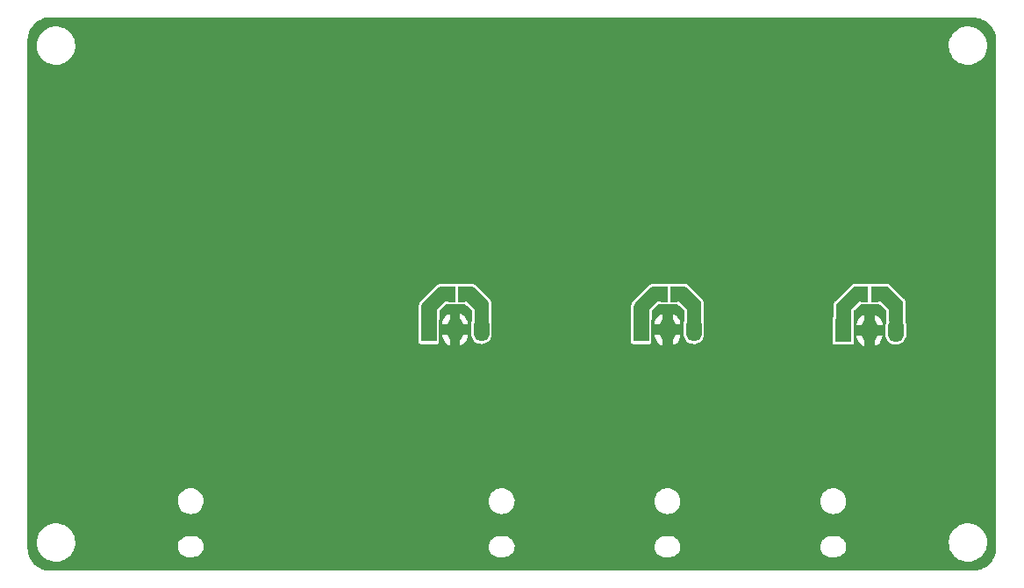
<source format=gbr>
G04 #@! TF.GenerationSoftware,KiCad,Pcbnew,(6.0.0)*
G04 #@! TF.CreationDate,2022-10-22T07:28:46+03:00*
G04 #@! TF.ProjectId,Voltlog Microscope PDU,566f6c74-6c6f-4672-904d-6963726f7363,rev?*
G04 #@! TF.SameCoordinates,Original*
G04 #@! TF.FileFunction,Copper,L2,Bot*
G04 #@! TF.FilePolarity,Positive*
%FSLAX46Y46*%
G04 Gerber Fmt 4.6, Leading zero omitted, Abs format (unit mm)*
G04 Created by KiCad (PCBNEW (6.0.0)) date 2022-10-22 07:28:46*
%MOMM*%
%LPD*%
G01*
G04 APERTURE LIST*
G04 Aperture macros list*
%AMFreePoly0*
4,1,22,0.500000,-0.750000,0.000000,-0.750000,0.000000,-0.745033,-0.079941,-0.743568,-0.215256,-0.701293,-0.333266,-0.622738,-0.424486,-0.514219,-0.481581,-0.384460,-0.499164,-0.250000,-0.500000,-0.250000,-0.500000,0.250000,-0.499164,0.250000,-0.499963,0.256109,-0.478152,0.396186,-0.417904,0.524511,-0.324060,0.630769,-0.204165,0.706417,-0.067858,0.745374,0.000000,0.744959,0.000000,0.750000,
0.500000,0.750000,0.500000,-0.750000,0.500000,-0.750000,$1*%
%AMFreePoly1*
4,1,20,0.000000,0.744959,0.073905,0.744508,0.209726,0.703889,0.328688,0.626782,0.421226,0.519385,0.479903,0.390333,0.500000,0.250000,0.500000,-0.250000,0.499851,-0.262216,0.476331,-0.402017,0.414519,-0.529596,0.319384,-0.634700,0.198574,-0.708877,0.061801,-0.746166,0.000000,-0.745033,0.000000,-0.750000,-0.500000,-0.750000,-0.500000,0.750000,0.000000,0.750000,0.000000,0.744959,
0.000000,0.744959,$1*%
G04 Aperture macros list end*
G04 #@! TA.AperFunction,ComponentPad*
%ADD10R,1.500000X2.300000*%
G04 #@! TD*
G04 #@! TA.AperFunction,ComponentPad*
%ADD11O,1.500000X2.300000*%
G04 #@! TD*
G04 #@! TA.AperFunction,SMDPad,CuDef*
%ADD12FreePoly0,0.000000*%
G04 #@! TD*
G04 #@! TA.AperFunction,SMDPad,CuDef*
%ADD13FreePoly1,0.000000*%
G04 #@! TD*
G04 #@! TA.AperFunction,ViaPad*
%ADD14C,0.600000*%
G04 #@! TD*
G04 APERTURE END LIST*
D10*
G04 #@! TO.P,U2,1,IN*
G04 #@! TO.N,Net-(C4-Pad1)*
X154460000Y-84425000D03*
D11*
G04 #@! TO.P,U2,2,GND*
G04 #@! TO.N,GND*
X157000000Y-84425000D03*
G04 #@! TO.P,U2,3,OUT*
G04 #@! TO.N,Net-(C7-Pad1)*
X159540000Y-84425000D03*
G04 #@! TD*
D10*
G04 #@! TO.P,U1,1,IN*
G04 #@! TO.N,Net-(C3-Pad1)*
X133960000Y-84425000D03*
D11*
G04 #@! TO.P,U1,2,GND*
G04 #@! TO.N,GND*
X136500000Y-84425000D03*
G04 #@! TO.P,U1,3,OUT*
G04 #@! TO.N,Net-(C6-Pad1)*
X139040000Y-84425000D03*
G04 #@! TD*
D10*
G04 #@! TO.P,U3,1,IN*
G04 #@! TO.N,Net-(C5-Pad1)*
X173960000Y-84500000D03*
D11*
G04 #@! TO.P,U3,2,GND*
G04 #@! TO.N,GND*
X176500000Y-84500000D03*
G04 #@! TO.P,U3,3,OUT*
G04 #@! TO.N,Net-(C8-Pad1)*
X179040000Y-84500000D03*
G04 #@! TD*
D12*
G04 #@! TO.P,JP1,1,A*
G04 #@! TO.N,Net-(C3-Pad1)*
X136000000Y-81000000D03*
D13*
G04 #@! TO.P,JP1,2,B*
G04 #@! TO.N,Net-(C6-Pad1)*
X137300000Y-81000000D03*
G04 #@! TD*
D12*
G04 #@! TO.P,JP2,1,A*
G04 #@! TO.N,Net-(C4-Pad1)*
X156500000Y-81000000D03*
D13*
G04 #@! TO.P,JP2,2,B*
G04 #@! TO.N,Net-(C7-Pad1)*
X157800000Y-81000000D03*
G04 #@! TD*
D12*
G04 #@! TO.P,JP3,1,A*
G04 #@! TO.N,Net-(C5-Pad1)*
X175850000Y-81000000D03*
D13*
G04 #@! TO.P,JP3,2,B*
G04 #@! TO.N,Net-(C8-Pad1)*
X177150000Y-81000000D03*
G04 #@! TD*
D14*
G04 #@! TO.N,GND*
X178500000Y-102500000D03*
X115500000Y-97500000D03*
X177500000Y-103250000D03*
X145500000Y-103250000D03*
X119000000Y-86500000D03*
X178250000Y-87750000D03*
X118000000Y-88500000D03*
X161750000Y-101750000D03*
X135000000Y-87750000D03*
X173750000Y-87750000D03*
X134250000Y-87750000D03*
X156750000Y-87750000D03*
X159750000Y-91250000D03*
X117500000Y-102500000D03*
X176750000Y-87750000D03*
X159750000Y-87750000D03*
X161750000Y-103250000D03*
X117500000Y-97500000D03*
X157500000Y-87000000D03*
X147500000Y-101750000D03*
X176500000Y-102500000D03*
X134250000Y-91250000D03*
X116500000Y-97500000D03*
X177500000Y-87750000D03*
X176500000Y-101750000D03*
X146500000Y-102500000D03*
X176000000Y-87000000D03*
X119000000Y-87500000D03*
X173750000Y-91250000D03*
X137250000Y-91250000D03*
X153750000Y-87750000D03*
X144500000Y-101750000D03*
X177500000Y-101750000D03*
X155250000Y-87750000D03*
X115500000Y-96500000D03*
X139500000Y-87750000D03*
X135750000Y-87000000D03*
X137250000Y-87750000D03*
X116500000Y-96500000D03*
X117500000Y-91250000D03*
X176500000Y-103250000D03*
X145500000Y-101750000D03*
X176750000Y-91250000D03*
X115500000Y-95500000D03*
X155250000Y-91250000D03*
X138750000Y-87750000D03*
X161750000Y-102500000D03*
X156750000Y-87000000D03*
X179500000Y-101750000D03*
X162750000Y-101750000D03*
X137250000Y-87000000D03*
X135000000Y-91250000D03*
X115500000Y-92250000D03*
X116500000Y-91250000D03*
X144500000Y-102500000D03*
X116500000Y-101500000D03*
X178250000Y-91250000D03*
X158250000Y-91250000D03*
X157500000Y-87750000D03*
X156000000Y-87000000D03*
X153750000Y-91250000D03*
X156000000Y-91250000D03*
X179750000Y-87750000D03*
X147500000Y-102500000D03*
X133500000Y-91250000D03*
X177500000Y-87000000D03*
X118000000Y-86500000D03*
X179000000Y-91250000D03*
X147500000Y-103250000D03*
X133500000Y-87750000D03*
X139500000Y-91250000D03*
X156750000Y-91250000D03*
X174500000Y-91250000D03*
X115500000Y-91250000D03*
X146500000Y-101750000D03*
X117500000Y-103500000D03*
X175250000Y-87750000D03*
X115500000Y-102500000D03*
X178500000Y-103250000D03*
X175250000Y-91250000D03*
X117500000Y-101500000D03*
X157500000Y-91250000D03*
X136000000Y-94500000D03*
X163750000Y-102500000D03*
X135750000Y-91250000D03*
X117000000Y-87500000D03*
X159000000Y-87750000D03*
X176000000Y-87750000D03*
X158250000Y-87750000D03*
X179500000Y-103250000D03*
X144500000Y-103250000D03*
X177500000Y-91250000D03*
X145500000Y-102500000D03*
X136500000Y-91250000D03*
X162750000Y-103250000D03*
X176000000Y-91250000D03*
X159000000Y-91250000D03*
X116500000Y-103500000D03*
X115500000Y-93250000D03*
X160750000Y-103250000D03*
X117500000Y-92250000D03*
X116500000Y-92250000D03*
X152000000Y-94500000D03*
X176750000Y-87000000D03*
X138000000Y-91250000D03*
X119000000Y-88500000D03*
X156000000Y-87750000D03*
X117000000Y-88500000D03*
X117500000Y-96500000D03*
X178500000Y-101750000D03*
X163750000Y-101750000D03*
X177500000Y-102500000D03*
X160750000Y-102500000D03*
X116500000Y-95500000D03*
X115500000Y-101500000D03*
X168000000Y-94500000D03*
X179750000Y-91250000D03*
X136500000Y-87000000D03*
X162750000Y-102500000D03*
X117500000Y-95500000D03*
X138000000Y-87750000D03*
X135750000Y-87750000D03*
X136500000Y-87750000D03*
X154500000Y-87750000D03*
X174500000Y-87750000D03*
X163750000Y-103250000D03*
X115500000Y-103500000D03*
X116500000Y-93250000D03*
X146500000Y-103250000D03*
X118000000Y-87500000D03*
X117000000Y-86500000D03*
X179500000Y-102500000D03*
X117500000Y-93250000D03*
X160750000Y-101750000D03*
X138750000Y-91250000D03*
X154500000Y-91250000D03*
X179000000Y-87750000D03*
X116500000Y-102500000D03*
G04 #@! TD*
G04 #@! TA.AperFunction,Conductor*
G04 #@! TO.N,GND*
G36*
X142204661Y-54258926D02*
G01*
X186445186Y-54267760D01*
X186469738Y-54270180D01*
X186470060Y-54270244D01*
X186470062Y-54270244D01*
X186482233Y-54272665D01*
X186494404Y-54270244D01*
X186506815Y-54270244D01*
X186506815Y-54270609D01*
X186517351Y-54269891D01*
X186657358Y-54278360D01*
X186745834Y-54283712D01*
X186760938Y-54285546D01*
X187013195Y-54331774D01*
X187027969Y-54335415D01*
X187272825Y-54411715D01*
X187287043Y-54417107D01*
X187520909Y-54522363D01*
X187534379Y-54529432D01*
X187753857Y-54662111D01*
X187766379Y-54670754D01*
X187968265Y-54828922D01*
X187979653Y-54839012D01*
X188160988Y-55020347D01*
X188171078Y-55031735D01*
X188329246Y-55233621D01*
X188337889Y-55246143D01*
X188470568Y-55465621D01*
X188477637Y-55479091D01*
X188581298Y-55709413D01*
X188582891Y-55712953D01*
X188588285Y-55727175D01*
X188610706Y-55799127D01*
X188664585Y-55972032D01*
X188668226Y-55986805D01*
X188714454Y-56239062D01*
X188716288Y-56254166D01*
X188721640Y-56342642D01*
X188730017Y-56481118D01*
X188730109Y-56482647D01*
X188729391Y-56493185D01*
X188729756Y-56493185D01*
X188729756Y-56505596D01*
X188727335Y-56517767D01*
X188729756Y-56529938D01*
X188729812Y-56530220D01*
X188732233Y-56554801D01*
X188732233Y-105445199D01*
X188729812Y-105469780D01*
X188727335Y-105482233D01*
X188729756Y-105494404D01*
X188729756Y-105506815D01*
X188729391Y-105506815D01*
X188730109Y-105517351D01*
X188729034Y-105535120D01*
X188716288Y-105745834D01*
X188714454Y-105760938D01*
X188668226Y-106013195D01*
X188664585Y-106027968D01*
X188593185Y-106257103D01*
X188588287Y-106272820D01*
X188582893Y-106287043D01*
X188527689Y-106409699D01*
X188477639Y-106520906D01*
X188470568Y-106534379D01*
X188337889Y-106753857D01*
X188329246Y-106766379D01*
X188171078Y-106968265D01*
X188160988Y-106979653D01*
X187979653Y-107160988D01*
X187968265Y-107171078D01*
X187766379Y-107329246D01*
X187753857Y-107337889D01*
X187534379Y-107470568D01*
X187520909Y-107477637D01*
X187287043Y-107582893D01*
X187272825Y-107588285D01*
X187120802Y-107635657D01*
X187027968Y-107664585D01*
X187013195Y-107668226D01*
X186760938Y-107714454D01*
X186745834Y-107716288D01*
X186657358Y-107721640D01*
X186517351Y-107730109D01*
X186506815Y-107729391D01*
X186506815Y-107729756D01*
X186494404Y-107729756D01*
X186482233Y-107727335D01*
X186470062Y-107729756D01*
X186470060Y-107729756D01*
X186469738Y-107729820D01*
X186445186Y-107732240D01*
X142204661Y-107741074D01*
X97537016Y-107749993D01*
X97512415Y-107747572D01*
X97500000Y-107745102D01*
X97487829Y-107747523D01*
X97475418Y-107747523D01*
X97475418Y-107747158D01*
X97464882Y-107747876D01*
X97324875Y-107739407D01*
X97236399Y-107734055D01*
X97221295Y-107732221D01*
X96969038Y-107685993D01*
X96954265Y-107682352D01*
X96931430Y-107675236D01*
X96709408Y-107606052D01*
X96695190Y-107600660D01*
X96461324Y-107495404D01*
X96447854Y-107488335D01*
X96228376Y-107355656D01*
X96215854Y-107347013D01*
X96013968Y-107188845D01*
X96002580Y-107178755D01*
X95821245Y-106997420D01*
X95811155Y-106986032D01*
X95652987Y-106784146D01*
X95644344Y-106771624D01*
X95511665Y-106552146D01*
X95504594Y-106538673D01*
X95399340Y-106304810D01*
X95393946Y-106290587D01*
X95390677Y-106280094D01*
X95317648Y-106045735D01*
X95314007Y-106030962D01*
X95267779Y-105778705D01*
X95265945Y-105763601D01*
X95252124Y-105535120D01*
X95252842Y-105524582D01*
X95252477Y-105524582D01*
X95252477Y-105512171D01*
X95254898Y-105500000D01*
X95252421Y-105487547D01*
X95250000Y-105462966D01*
X95250000Y-105042095D01*
X96145028Y-105042095D01*
X96170534Y-105309431D01*
X96171619Y-105313865D01*
X96171620Y-105313871D01*
X96217438Y-105501115D01*
X96234364Y-105570285D01*
X96236076Y-105574511D01*
X96236077Y-105574515D01*
X96333469Y-105814963D01*
X96335182Y-105819192D01*
X96470875Y-106050938D01*
X96520425Y-106112897D01*
X96607390Y-106221641D01*
X96638601Y-106260669D01*
X96834846Y-106443991D01*
X96927039Y-106507948D01*
X97051746Y-106594461D01*
X97051751Y-106594464D01*
X97055499Y-106597064D01*
X97059584Y-106599096D01*
X97059587Y-106599098D01*
X97175718Y-106656872D01*
X97295938Y-106716680D01*
X97300272Y-106718101D01*
X97300275Y-106718102D01*
X97546793Y-106798915D01*
X97546798Y-106798916D01*
X97551126Y-106800335D01*
X97555617Y-106801115D01*
X97555618Y-106801115D01*
X97811936Y-106845620D01*
X97811944Y-106845621D01*
X97815717Y-106846276D01*
X97819554Y-106846467D01*
X97898996Y-106850422D01*
X97899004Y-106850422D01*
X97900567Y-106850500D01*
X98068223Y-106850500D01*
X98070491Y-106850335D01*
X98070503Y-106850335D01*
X98200823Y-106840879D01*
X98267846Y-106836016D01*
X98272301Y-106835032D01*
X98272304Y-106835032D01*
X98525620Y-106779105D01*
X98525624Y-106779104D01*
X98530080Y-106778120D01*
X98697617Y-106714646D01*
X98776941Y-106684593D01*
X98776944Y-106684592D01*
X98781211Y-106682975D01*
X99015976Y-106552574D01*
X99158254Y-106443991D01*
X99225833Y-106392417D01*
X99225837Y-106392413D01*
X99229458Y-106389650D01*
X99293305Y-106324338D01*
X99342316Y-106274201D01*
X99417185Y-106197614D01*
X99527735Y-106045735D01*
X99572538Y-105984183D01*
X99572540Y-105984180D01*
X99575225Y-105980491D01*
X99675121Y-105790620D01*
X99698140Y-105746868D01*
X99698143Y-105746862D01*
X99700265Y-105742828D01*
X99730895Y-105656093D01*
X99788165Y-105493916D01*
X99788165Y-105493915D01*
X99789688Y-105489603D01*
X99797666Y-105449126D01*
X109745541Y-105449126D01*
X109775935Y-105650097D01*
X109846119Y-105840852D01*
X109849479Y-105846272D01*
X109849480Y-105846273D01*
X109949863Y-106008176D01*
X109949866Y-106008180D01*
X109953226Y-106013599D01*
X110092881Y-106161280D01*
X110259379Y-106277863D01*
X110445919Y-106358586D01*
X110491947Y-106368202D01*
X110640144Y-106399162D01*
X110640149Y-106399163D01*
X110644880Y-106400151D01*
X110649762Y-106400407D01*
X110649871Y-106400413D01*
X110649887Y-106400413D01*
X110651539Y-106400500D01*
X111300800Y-106400500D01*
X111348793Y-106395625D01*
X111445868Y-106385765D01*
X111445870Y-106385765D01*
X111452216Y-106385120D01*
X111646172Y-106324338D01*
X111823944Y-106225797D01*
X111978271Y-106093523D01*
X112008537Y-106054505D01*
X112065947Y-105980491D01*
X112102848Y-105932919D01*
X112192587Y-105750545D01*
X112218752Y-105650097D01*
X112242212Y-105560034D01*
X112242212Y-105560031D01*
X112243822Y-105553852D01*
X112249310Y-105449126D01*
X139745541Y-105449126D01*
X139775935Y-105650097D01*
X139846119Y-105840852D01*
X139849479Y-105846272D01*
X139849480Y-105846273D01*
X139949863Y-106008176D01*
X139949866Y-106008180D01*
X139953226Y-106013599D01*
X140092881Y-106161280D01*
X140259379Y-106277863D01*
X140445919Y-106358586D01*
X140491947Y-106368202D01*
X140640144Y-106399162D01*
X140640149Y-106399163D01*
X140644880Y-106400151D01*
X140649762Y-106400407D01*
X140649871Y-106400413D01*
X140649887Y-106400413D01*
X140651539Y-106400500D01*
X141300800Y-106400500D01*
X141348793Y-106395625D01*
X141445868Y-106385765D01*
X141445870Y-106385765D01*
X141452216Y-106385120D01*
X141646172Y-106324338D01*
X141823944Y-106225797D01*
X141978271Y-106093523D01*
X142008537Y-106054505D01*
X142065947Y-105980491D01*
X142102848Y-105932919D01*
X142192587Y-105750545D01*
X142218752Y-105650097D01*
X142242212Y-105560034D01*
X142242212Y-105560031D01*
X142243822Y-105553852D01*
X142249310Y-105449126D01*
X155745541Y-105449126D01*
X155775935Y-105650097D01*
X155846119Y-105840852D01*
X155849479Y-105846272D01*
X155849480Y-105846273D01*
X155949863Y-106008176D01*
X155949866Y-106008180D01*
X155953226Y-106013599D01*
X156092881Y-106161280D01*
X156259379Y-106277863D01*
X156445919Y-106358586D01*
X156491947Y-106368202D01*
X156640144Y-106399162D01*
X156640149Y-106399163D01*
X156644880Y-106400151D01*
X156649762Y-106400407D01*
X156649871Y-106400413D01*
X156649887Y-106400413D01*
X156651539Y-106400500D01*
X157300800Y-106400500D01*
X157348793Y-106395625D01*
X157445868Y-106385765D01*
X157445870Y-106385765D01*
X157452216Y-106385120D01*
X157646172Y-106324338D01*
X157823944Y-106225797D01*
X157978271Y-106093523D01*
X158008537Y-106054505D01*
X158065947Y-105980491D01*
X158102848Y-105932919D01*
X158192587Y-105750545D01*
X158218752Y-105650097D01*
X158242212Y-105560034D01*
X158242212Y-105560031D01*
X158243822Y-105553852D01*
X158249310Y-105449126D01*
X171745541Y-105449126D01*
X171775935Y-105650097D01*
X171846119Y-105840852D01*
X171849479Y-105846272D01*
X171849480Y-105846273D01*
X171949863Y-106008176D01*
X171949866Y-106008180D01*
X171953226Y-106013599D01*
X172092881Y-106161280D01*
X172259379Y-106277863D01*
X172445919Y-106358586D01*
X172491947Y-106368202D01*
X172640144Y-106399162D01*
X172640149Y-106399163D01*
X172644880Y-106400151D01*
X172649762Y-106400407D01*
X172649871Y-106400413D01*
X172649887Y-106400413D01*
X172651539Y-106400500D01*
X173300800Y-106400500D01*
X173348793Y-106395625D01*
X173445868Y-106385765D01*
X173445870Y-106385765D01*
X173452216Y-106385120D01*
X173646172Y-106324338D01*
X173823944Y-106225797D01*
X173978271Y-106093523D01*
X174008537Y-106054505D01*
X174065947Y-105980491D01*
X174102848Y-105932919D01*
X174192587Y-105750545D01*
X174218752Y-105650097D01*
X174242212Y-105560034D01*
X174242212Y-105560031D01*
X174243822Y-105553852D01*
X174254459Y-105350874D01*
X174224065Y-105149903D01*
X174184399Y-105042095D01*
X184145028Y-105042095D01*
X184170534Y-105309431D01*
X184171619Y-105313865D01*
X184171620Y-105313871D01*
X184217438Y-105501115D01*
X184234364Y-105570285D01*
X184236076Y-105574511D01*
X184236077Y-105574515D01*
X184333469Y-105814963D01*
X184335182Y-105819192D01*
X184470875Y-106050938D01*
X184520425Y-106112897D01*
X184607390Y-106221641D01*
X184638601Y-106260669D01*
X184834846Y-106443991D01*
X184927039Y-106507948D01*
X185051746Y-106594461D01*
X185051751Y-106594464D01*
X185055499Y-106597064D01*
X185059584Y-106599096D01*
X185059587Y-106599098D01*
X185175718Y-106656872D01*
X185295938Y-106716680D01*
X185300272Y-106718101D01*
X185300275Y-106718102D01*
X185546793Y-106798915D01*
X185546798Y-106798916D01*
X185551126Y-106800335D01*
X185555617Y-106801115D01*
X185555618Y-106801115D01*
X185811936Y-106845620D01*
X185811944Y-106845621D01*
X185815717Y-106846276D01*
X185819554Y-106846467D01*
X185898996Y-106850422D01*
X185899004Y-106850422D01*
X185900567Y-106850500D01*
X186068223Y-106850500D01*
X186070491Y-106850335D01*
X186070503Y-106850335D01*
X186200823Y-106840879D01*
X186267846Y-106836016D01*
X186272301Y-106835032D01*
X186272304Y-106835032D01*
X186525620Y-106779105D01*
X186525624Y-106779104D01*
X186530080Y-106778120D01*
X186697617Y-106714646D01*
X186776941Y-106684593D01*
X186776944Y-106684592D01*
X186781211Y-106682975D01*
X187015976Y-106552574D01*
X187158254Y-106443991D01*
X187225833Y-106392417D01*
X187225837Y-106392413D01*
X187229458Y-106389650D01*
X187293305Y-106324338D01*
X187342316Y-106274201D01*
X187417185Y-106197614D01*
X187527735Y-106045735D01*
X187572538Y-105984183D01*
X187572540Y-105984180D01*
X187575225Y-105980491D01*
X187675121Y-105790620D01*
X187698140Y-105746868D01*
X187698143Y-105746862D01*
X187700265Y-105742828D01*
X187730895Y-105656093D01*
X187788165Y-105493916D01*
X187788165Y-105493915D01*
X187789688Y-105489603D01*
X187837673Y-105246148D01*
X187840739Y-105230594D01*
X187840740Y-105230588D01*
X187841620Y-105226122D01*
X187850415Y-105049455D01*
X187854745Y-104962474D01*
X187854745Y-104962468D01*
X187854972Y-104957905D01*
X187829466Y-104690569D01*
X187817915Y-104643361D01*
X187766721Y-104434149D01*
X187765636Y-104429715D01*
X187760401Y-104416789D01*
X187666531Y-104185037D01*
X187666531Y-104185036D01*
X187664818Y-104180808D01*
X187529125Y-103949062D01*
X187418211Y-103810371D01*
X187364251Y-103742897D01*
X187364250Y-103742895D01*
X187361399Y-103739331D01*
X187165154Y-103556009D01*
X187005436Y-103445208D01*
X186948254Y-103405539D01*
X186948249Y-103405536D01*
X186944501Y-103402936D01*
X186940416Y-103400904D01*
X186940413Y-103400902D01*
X186768560Y-103315407D01*
X186704062Y-103283320D01*
X186699728Y-103281899D01*
X186699725Y-103281898D01*
X186453207Y-103201085D01*
X186453202Y-103201084D01*
X186448874Y-103199665D01*
X186444382Y-103198885D01*
X186188064Y-103154380D01*
X186188056Y-103154379D01*
X186184283Y-103153724D01*
X186175622Y-103153293D01*
X186101004Y-103149578D01*
X186100996Y-103149578D01*
X186099433Y-103149500D01*
X185931777Y-103149500D01*
X185929509Y-103149665D01*
X185929497Y-103149665D01*
X185799177Y-103159121D01*
X185732154Y-103163984D01*
X185727699Y-103164968D01*
X185727696Y-103164968D01*
X185474380Y-103220895D01*
X185474376Y-103220896D01*
X185469920Y-103221880D01*
X185344355Y-103269452D01*
X185223059Y-103315407D01*
X185223056Y-103315408D01*
X185218789Y-103317025D01*
X184984024Y-103447426D01*
X184980392Y-103450198D01*
X184774167Y-103607583D01*
X184774163Y-103607587D01*
X184770542Y-103610350D01*
X184582815Y-103802386D01*
X184424775Y-104019509D01*
X184422651Y-104023547D01*
X184301860Y-104253132D01*
X184301857Y-104253138D01*
X184299735Y-104257172D01*
X184298215Y-104261477D01*
X184298213Y-104261481D01*
X184234672Y-104441414D01*
X184210312Y-104510397D01*
X184198346Y-104571108D01*
X184170672Y-104711516D01*
X184158380Y-104773878D01*
X184158153Y-104778431D01*
X184158153Y-104778434D01*
X184148992Y-104962474D01*
X184145028Y-105042095D01*
X174184399Y-105042095D01*
X174153881Y-104959148D01*
X174150520Y-104953727D01*
X174050137Y-104791824D01*
X174050134Y-104791820D01*
X174046774Y-104786401D01*
X173956150Y-104690569D01*
X173911508Y-104643361D01*
X173911507Y-104643360D01*
X173907119Y-104638720D01*
X173740621Y-104522137D01*
X173554081Y-104441414D01*
X173477833Y-104425485D01*
X173359856Y-104400838D01*
X173359851Y-104400837D01*
X173355120Y-104399849D01*
X173350238Y-104399593D01*
X173350129Y-104399587D01*
X173350113Y-104399587D01*
X173348461Y-104399500D01*
X172699200Y-104399500D01*
X172651207Y-104404375D01*
X172554132Y-104414235D01*
X172554130Y-104414235D01*
X172547784Y-104414880D01*
X172353828Y-104475662D01*
X172176056Y-104574203D01*
X172021729Y-104706477D01*
X172017822Y-104711514D01*
X172017820Y-104711516D01*
X171963331Y-104781763D01*
X171897152Y-104867081D01*
X171807413Y-105049455D01*
X171805804Y-105055633D01*
X171805803Y-105055635D01*
X171760230Y-105230594D01*
X171756178Y-105246148D01*
X171745541Y-105449126D01*
X158249310Y-105449126D01*
X158254459Y-105350874D01*
X158224065Y-105149903D01*
X158153881Y-104959148D01*
X158150520Y-104953727D01*
X158050137Y-104791824D01*
X158050134Y-104791820D01*
X158046774Y-104786401D01*
X157956150Y-104690569D01*
X157911508Y-104643361D01*
X157911507Y-104643360D01*
X157907119Y-104638720D01*
X157740621Y-104522137D01*
X157554081Y-104441414D01*
X157477833Y-104425485D01*
X157359856Y-104400838D01*
X157359851Y-104400837D01*
X157355120Y-104399849D01*
X157350238Y-104399593D01*
X157350129Y-104399587D01*
X157350113Y-104399587D01*
X157348461Y-104399500D01*
X156699200Y-104399500D01*
X156651207Y-104404375D01*
X156554132Y-104414235D01*
X156554130Y-104414235D01*
X156547784Y-104414880D01*
X156353828Y-104475662D01*
X156176056Y-104574203D01*
X156021729Y-104706477D01*
X156017822Y-104711514D01*
X156017820Y-104711516D01*
X155963331Y-104781763D01*
X155897152Y-104867081D01*
X155807413Y-105049455D01*
X155805804Y-105055633D01*
X155805803Y-105055635D01*
X155760230Y-105230594D01*
X155756178Y-105246148D01*
X155745541Y-105449126D01*
X142249310Y-105449126D01*
X142254459Y-105350874D01*
X142224065Y-105149903D01*
X142153881Y-104959148D01*
X142150520Y-104953727D01*
X142050137Y-104791824D01*
X142050134Y-104791820D01*
X142046774Y-104786401D01*
X141956150Y-104690569D01*
X141911508Y-104643361D01*
X141911507Y-104643360D01*
X141907119Y-104638720D01*
X141740621Y-104522137D01*
X141554081Y-104441414D01*
X141477833Y-104425485D01*
X141359856Y-104400838D01*
X141359851Y-104400837D01*
X141355120Y-104399849D01*
X141350238Y-104399593D01*
X141350129Y-104399587D01*
X141350113Y-104399587D01*
X141348461Y-104399500D01*
X140699200Y-104399500D01*
X140651207Y-104404375D01*
X140554132Y-104414235D01*
X140554130Y-104414235D01*
X140547784Y-104414880D01*
X140353828Y-104475662D01*
X140176056Y-104574203D01*
X140021729Y-104706477D01*
X140017822Y-104711514D01*
X140017820Y-104711516D01*
X139963331Y-104781763D01*
X139897152Y-104867081D01*
X139807413Y-105049455D01*
X139805804Y-105055633D01*
X139805803Y-105055635D01*
X139760230Y-105230594D01*
X139756178Y-105246148D01*
X139745541Y-105449126D01*
X112249310Y-105449126D01*
X112254459Y-105350874D01*
X112224065Y-105149903D01*
X112153881Y-104959148D01*
X112150520Y-104953727D01*
X112050137Y-104791824D01*
X112050134Y-104791820D01*
X112046774Y-104786401D01*
X111956150Y-104690569D01*
X111911508Y-104643361D01*
X111911507Y-104643360D01*
X111907119Y-104638720D01*
X111740621Y-104522137D01*
X111554081Y-104441414D01*
X111477833Y-104425485D01*
X111359856Y-104400838D01*
X111359851Y-104400837D01*
X111355120Y-104399849D01*
X111350238Y-104399593D01*
X111350129Y-104399587D01*
X111350113Y-104399587D01*
X111348461Y-104399500D01*
X110699200Y-104399500D01*
X110651207Y-104404375D01*
X110554132Y-104414235D01*
X110554130Y-104414235D01*
X110547784Y-104414880D01*
X110353828Y-104475662D01*
X110176056Y-104574203D01*
X110021729Y-104706477D01*
X110017822Y-104711514D01*
X110017820Y-104711516D01*
X109963331Y-104781763D01*
X109897152Y-104867081D01*
X109807413Y-105049455D01*
X109805804Y-105055633D01*
X109805803Y-105055635D01*
X109760230Y-105230594D01*
X109756178Y-105246148D01*
X109745541Y-105449126D01*
X99797666Y-105449126D01*
X99837673Y-105246148D01*
X99840739Y-105230594D01*
X99840740Y-105230588D01*
X99841620Y-105226122D01*
X99850415Y-105049455D01*
X99854745Y-104962474D01*
X99854745Y-104962468D01*
X99854972Y-104957905D01*
X99829466Y-104690569D01*
X99817915Y-104643361D01*
X99766721Y-104434149D01*
X99765636Y-104429715D01*
X99760401Y-104416789D01*
X99666531Y-104185037D01*
X99666531Y-104185036D01*
X99664818Y-104180808D01*
X99529125Y-103949062D01*
X99418211Y-103810371D01*
X99364251Y-103742897D01*
X99364250Y-103742895D01*
X99361399Y-103739331D01*
X99165154Y-103556009D01*
X99005436Y-103445208D01*
X98948254Y-103405539D01*
X98948249Y-103405536D01*
X98944501Y-103402936D01*
X98940416Y-103400904D01*
X98940413Y-103400902D01*
X98768560Y-103315407D01*
X98704062Y-103283320D01*
X98699728Y-103281899D01*
X98699725Y-103281898D01*
X98453207Y-103201085D01*
X98453202Y-103201084D01*
X98448874Y-103199665D01*
X98444382Y-103198885D01*
X98188064Y-103154380D01*
X98188056Y-103154379D01*
X98184283Y-103153724D01*
X98175622Y-103153293D01*
X98101004Y-103149578D01*
X98100996Y-103149578D01*
X98099433Y-103149500D01*
X97931777Y-103149500D01*
X97929509Y-103149665D01*
X97929497Y-103149665D01*
X97799177Y-103159121D01*
X97732154Y-103163984D01*
X97727699Y-103164968D01*
X97727696Y-103164968D01*
X97474380Y-103220895D01*
X97474376Y-103220896D01*
X97469920Y-103221880D01*
X97344355Y-103269452D01*
X97223059Y-103315407D01*
X97223056Y-103315408D01*
X97218789Y-103317025D01*
X96984024Y-103447426D01*
X96980392Y-103450198D01*
X96774167Y-103607583D01*
X96774163Y-103607587D01*
X96770542Y-103610350D01*
X96582815Y-103802386D01*
X96424775Y-104019509D01*
X96422651Y-104023547D01*
X96301860Y-104253132D01*
X96301857Y-104253138D01*
X96299735Y-104257172D01*
X96298215Y-104261477D01*
X96298213Y-104261481D01*
X96234672Y-104441414D01*
X96210312Y-104510397D01*
X96198346Y-104571108D01*
X96170672Y-104711516D01*
X96158380Y-104773878D01*
X96158153Y-104778431D01*
X96158153Y-104778434D01*
X96148992Y-104962474D01*
X96145028Y-105042095D01*
X95250000Y-105042095D01*
X95250000Y-101039438D01*
X109745066Y-101039438D01*
X109771883Y-101261044D01*
X109837519Y-101474400D01*
X109939901Y-101672759D01*
X109943310Y-101677201D01*
X109943312Y-101677205D01*
X110029975Y-101790146D01*
X110075790Y-101849854D01*
X110240893Y-102000086D01*
X110429990Y-102118707D01*
X110637105Y-102201966D01*
X110642593Y-102203103D01*
X110642598Y-102203104D01*
X110792896Y-102234229D01*
X110855690Y-102247233D01*
X110860303Y-102247499D01*
X110910526Y-102250395D01*
X110910530Y-102250395D01*
X110912349Y-102250500D01*
X111056630Y-102250500D01*
X111059417Y-102250251D01*
X111059423Y-102250251D01*
X111128997Y-102244041D01*
X111222339Y-102235711D01*
X111227753Y-102234230D01*
X111227758Y-102234229D01*
X111355104Y-102199390D01*
X111437651Y-102176808D01*
X111442709Y-102174396D01*
X111442713Y-102174394D01*
X111559462Y-102118707D01*
X111639129Y-102080708D01*
X111820405Y-101950448D01*
X111975749Y-101790146D01*
X112100250Y-101604868D01*
X112189974Y-101400471D01*
X112191282Y-101395023D01*
X112191284Y-101395017D01*
X112240775Y-101188872D01*
X112240775Y-101188871D01*
X112242085Y-101183415D01*
X112250386Y-101039438D01*
X139745066Y-101039438D01*
X139771883Y-101261044D01*
X139837519Y-101474400D01*
X139939901Y-101672759D01*
X139943310Y-101677201D01*
X139943312Y-101677205D01*
X140029975Y-101790146D01*
X140075790Y-101849854D01*
X140240893Y-102000086D01*
X140429990Y-102118707D01*
X140637105Y-102201966D01*
X140642593Y-102203103D01*
X140642598Y-102203104D01*
X140792896Y-102234229D01*
X140855690Y-102247233D01*
X140860303Y-102247499D01*
X140910526Y-102250395D01*
X140910530Y-102250395D01*
X140912349Y-102250500D01*
X141056630Y-102250500D01*
X141059417Y-102250251D01*
X141059423Y-102250251D01*
X141128997Y-102244041D01*
X141222339Y-102235711D01*
X141227753Y-102234230D01*
X141227758Y-102234229D01*
X141355104Y-102199390D01*
X141437651Y-102176808D01*
X141442709Y-102174396D01*
X141442713Y-102174394D01*
X141559462Y-102118707D01*
X141639129Y-102080708D01*
X141820405Y-101950448D01*
X141975749Y-101790146D01*
X142100250Y-101604868D01*
X142189974Y-101400471D01*
X142191282Y-101395023D01*
X142191284Y-101395017D01*
X142240775Y-101188872D01*
X142240775Y-101188871D01*
X142242085Y-101183415D01*
X142250386Y-101039438D01*
X155745066Y-101039438D01*
X155771883Y-101261044D01*
X155837519Y-101474400D01*
X155939901Y-101672759D01*
X155943310Y-101677201D01*
X155943312Y-101677205D01*
X156029975Y-101790146D01*
X156075790Y-101849854D01*
X156240893Y-102000086D01*
X156429990Y-102118707D01*
X156637105Y-102201966D01*
X156642593Y-102203103D01*
X156642598Y-102203104D01*
X156792896Y-102234229D01*
X156855690Y-102247233D01*
X156860303Y-102247499D01*
X156910526Y-102250395D01*
X156910530Y-102250395D01*
X156912349Y-102250500D01*
X157056630Y-102250500D01*
X157059417Y-102250251D01*
X157059423Y-102250251D01*
X157128997Y-102244041D01*
X157222339Y-102235711D01*
X157227753Y-102234230D01*
X157227758Y-102234229D01*
X157355104Y-102199390D01*
X157437651Y-102176808D01*
X157442709Y-102174396D01*
X157442713Y-102174394D01*
X157559462Y-102118707D01*
X157639129Y-102080708D01*
X157820405Y-101950448D01*
X157975749Y-101790146D01*
X158100250Y-101604868D01*
X158189974Y-101400471D01*
X158191282Y-101395023D01*
X158191284Y-101395017D01*
X158240775Y-101188872D01*
X158240775Y-101188871D01*
X158242085Y-101183415D01*
X158250386Y-101039438D01*
X171745066Y-101039438D01*
X171771883Y-101261044D01*
X171837519Y-101474400D01*
X171939901Y-101672759D01*
X171943310Y-101677201D01*
X171943312Y-101677205D01*
X172029975Y-101790146D01*
X172075790Y-101849854D01*
X172240893Y-102000086D01*
X172429990Y-102118707D01*
X172637105Y-102201966D01*
X172642593Y-102203103D01*
X172642598Y-102203104D01*
X172792896Y-102234229D01*
X172855690Y-102247233D01*
X172860303Y-102247499D01*
X172910526Y-102250395D01*
X172910530Y-102250395D01*
X172912349Y-102250500D01*
X173056630Y-102250500D01*
X173059417Y-102250251D01*
X173059423Y-102250251D01*
X173128997Y-102244041D01*
X173222339Y-102235711D01*
X173227753Y-102234230D01*
X173227758Y-102234229D01*
X173355104Y-102199390D01*
X173437651Y-102176808D01*
X173442709Y-102174396D01*
X173442713Y-102174394D01*
X173559462Y-102118707D01*
X173639129Y-102080708D01*
X173820405Y-101950448D01*
X173975749Y-101790146D01*
X174100250Y-101604868D01*
X174189974Y-101400471D01*
X174191282Y-101395023D01*
X174191284Y-101395017D01*
X174240775Y-101188872D01*
X174240775Y-101188871D01*
X174242085Y-101183415D01*
X174254934Y-100960562D01*
X174228117Y-100738956D01*
X174162481Y-100525600D01*
X174060099Y-100327241D01*
X174056690Y-100322799D01*
X174056688Y-100322795D01*
X173927620Y-100154590D01*
X173924210Y-100150146D01*
X173759107Y-99999914D01*
X173570010Y-99881293D01*
X173362895Y-99798034D01*
X173357407Y-99796897D01*
X173357402Y-99796896D01*
X173192845Y-99762818D01*
X173144310Y-99752767D01*
X173139697Y-99752501D01*
X173089474Y-99749605D01*
X173089470Y-99749605D01*
X173087651Y-99749500D01*
X172943370Y-99749500D01*
X172940583Y-99749749D01*
X172940577Y-99749749D01*
X172871003Y-99755959D01*
X172777661Y-99764289D01*
X172772247Y-99765770D01*
X172772242Y-99765771D01*
X172658470Y-99796896D01*
X172562349Y-99823192D01*
X172557291Y-99825604D01*
X172557287Y-99825606D01*
X172461610Y-99871242D01*
X172360871Y-99919292D01*
X172179595Y-100049552D01*
X172024251Y-100209854D01*
X171899750Y-100395132D01*
X171810026Y-100599529D01*
X171808718Y-100604977D01*
X171808716Y-100604983D01*
X171759225Y-100811128D01*
X171757915Y-100816585D01*
X171745066Y-101039438D01*
X158250386Y-101039438D01*
X158254934Y-100960562D01*
X158228117Y-100738956D01*
X158162481Y-100525600D01*
X158060099Y-100327241D01*
X158056690Y-100322799D01*
X158056688Y-100322795D01*
X157927620Y-100154590D01*
X157924210Y-100150146D01*
X157759107Y-99999914D01*
X157570010Y-99881293D01*
X157362895Y-99798034D01*
X157357407Y-99796897D01*
X157357402Y-99796896D01*
X157192845Y-99762818D01*
X157144310Y-99752767D01*
X157139697Y-99752501D01*
X157089474Y-99749605D01*
X157089470Y-99749605D01*
X157087651Y-99749500D01*
X156943370Y-99749500D01*
X156940583Y-99749749D01*
X156940577Y-99749749D01*
X156871003Y-99755959D01*
X156777661Y-99764289D01*
X156772247Y-99765770D01*
X156772242Y-99765771D01*
X156658470Y-99796896D01*
X156562349Y-99823192D01*
X156557291Y-99825604D01*
X156557287Y-99825606D01*
X156461610Y-99871242D01*
X156360871Y-99919292D01*
X156179595Y-100049552D01*
X156024251Y-100209854D01*
X155899750Y-100395132D01*
X155810026Y-100599529D01*
X155808718Y-100604977D01*
X155808716Y-100604983D01*
X155759225Y-100811128D01*
X155757915Y-100816585D01*
X155745066Y-101039438D01*
X142250386Y-101039438D01*
X142254934Y-100960562D01*
X142228117Y-100738956D01*
X142162481Y-100525600D01*
X142060099Y-100327241D01*
X142056690Y-100322799D01*
X142056688Y-100322795D01*
X141927620Y-100154590D01*
X141924210Y-100150146D01*
X141759107Y-99999914D01*
X141570010Y-99881293D01*
X141362895Y-99798034D01*
X141357407Y-99796897D01*
X141357402Y-99796896D01*
X141192845Y-99762818D01*
X141144310Y-99752767D01*
X141139697Y-99752501D01*
X141089474Y-99749605D01*
X141089470Y-99749605D01*
X141087651Y-99749500D01*
X140943370Y-99749500D01*
X140940583Y-99749749D01*
X140940577Y-99749749D01*
X140871003Y-99755959D01*
X140777661Y-99764289D01*
X140772247Y-99765770D01*
X140772242Y-99765771D01*
X140658470Y-99796896D01*
X140562349Y-99823192D01*
X140557291Y-99825604D01*
X140557287Y-99825606D01*
X140461610Y-99871242D01*
X140360871Y-99919292D01*
X140179595Y-100049552D01*
X140024251Y-100209854D01*
X139899750Y-100395132D01*
X139810026Y-100599529D01*
X139808718Y-100604977D01*
X139808716Y-100604983D01*
X139759225Y-100811128D01*
X139757915Y-100816585D01*
X139745066Y-101039438D01*
X112250386Y-101039438D01*
X112254934Y-100960562D01*
X112228117Y-100738956D01*
X112162481Y-100525600D01*
X112060099Y-100327241D01*
X112056690Y-100322799D01*
X112056688Y-100322795D01*
X111927620Y-100154590D01*
X111924210Y-100150146D01*
X111759107Y-99999914D01*
X111570010Y-99881293D01*
X111362895Y-99798034D01*
X111357407Y-99796897D01*
X111357402Y-99796896D01*
X111192845Y-99762818D01*
X111144310Y-99752767D01*
X111139697Y-99752501D01*
X111089474Y-99749605D01*
X111089470Y-99749605D01*
X111087651Y-99749500D01*
X110943370Y-99749500D01*
X110940583Y-99749749D01*
X110940577Y-99749749D01*
X110871003Y-99755959D01*
X110777661Y-99764289D01*
X110772247Y-99765770D01*
X110772242Y-99765771D01*
X110658470Y-99796896D01*
X110562349Y-99823192D01*
X110557291Y-99825604D01*
X110557287Y-99825606D01*
X110461610Y-99871242D01*
X110360871Y-99919292D01*
X110179595Y-100049552D01*
X110024251Y-100209854D01*
X109899750Y-100395132D01*
X109810026Y-100599529D01*
X109808718Y-100604977D01*
X109808716Y-100604983D01*
X109759225Y-100811128D01*
X109757915Y-100816585D01*
X109745066Y-101039438D01*
X95250000Y-101039438D01*
X95250000Y-85599674D01*
X132959500Y-85599674D01*
X132974034Y-85672740D01*
X133029399Y-85755601D01*
X133039714Y-85762493D01*
X133094449Y-85799065D01*
X133112260Y-85810966D01*
X133185326Y-85825500D01*
X134734674Y-85825500D01*
X134807740Y-85810966D01*
X134825552Y-85799065D01*
X134880286Y-85762493D01*
X134890601Y-85755601D01*
X134945966Y-85672740D01*
X134960500Y-85599674D01*
X134960500Y-84941324D01*
X135247297Y-84941324D01*
X135256378Y-85043078D01*
X135258359Y-85054091D01*
X135314651Y-85259860D01*
X135318549Y-85270341D01*
X135410397Y-85462903D01*
X135416082Y-85472516D01*
X135540575Y-85645767D01*
X135547883Y-85654233D01*
X135701082Y-85802692D01*
X135709779Y-85809735D01*
X135886844Y-85928719D01*
X135896641Y-85934105D01*
X135983411Y-85972194D01*
X135997398Y-85973995D01*
X136000000Y-85969812D01*
X136000000Y-85964593D01*
X137000000Y-85964593D01*
X137003973Y-85978124D01*
X137007158Y-85978582D01*
X137009360Y-85977877D01*
X137171804Y-85894034D01*
X137181252Y-85888038D01*
X137350501Y-85758168D01*
X137358724Y-85750607D01*
X137502312Y-85592806D01*
X137509067Y-85583906D01*
X137622434Y-85403185D01*
X137627511Y-85393219D01*
X137707080Y-85195286D01*
X137710315Y-85184571D01*
X137753777Y-84974701D01*
X137754980Y-84965562D01*
X137756276Y-84943085D01*
X137752699Y-84927669D01*
X137741934Y-84925000D01*
X137018115Y-84925000D01*
X137002876Y-84929475D01*
X137001671Y-84930865D01*
X137000000Y-84938548D01*
X137000000Y-85964593D01*
X136000000Y-85964593D01*
X136000000Y-84943115D01*
X135995525Y-84927876D01*
X135994135Y-84926671D01*
X135986452Y-84925000D01*
X135263955Y-84925000D01*
X135249359Y-84929286D01*
X135247297Y-84941324D01*
X134960500Y-84941324D01*
X134960500Y-83906915D01*
X135243724Y-83906915D01*
X135247301Y-83922331D01*
X135258066Y-83925000D01*
X135981885Y-83925000D01*
X135997124Y-83920525D01*
X135998329Y-83919135D01*
X136000000Y-83911452D01*
X136000000Y-83906885D01*
X137000000Y-83906885D01*
X137004475Y-83922124D01*
X137005865Y-83923329D01*
X137013548Y-83925000D01*
X137736045Y-83925000D01*
X137750641Y-83920714D01*
X137752703Y-83908676D01*
X137743622Y-83806922D01*
X137741641Y-83795909D01*
X137685349Y-83590140D01*
X137681451Y-83579659D01*
X137589603Y-83387097D01*
X137583918Y-83377484D01*
X137459425Y-83204233D01*
X137452117Y-83195767D01*
X137298918Y-83047308D01*
X137290221Y-83040265D01*
X137113156Y-82921281D01*
X137103359Y-82915895D01*
X137016589Y-82877806D01*
X137002602Y-82876005D01*
X137000000Y-82880188D01*
X137000000Y-83906885D01*
X136000000Y-83906885D01*
X136000000Y-82885407D01*
X135996027Y-82871876D01*
X135992842Y-82871418D01*
X135990640Y-82872123D01*
X135828196Y-82955966D01*
X135818748Y-82961962D01*
X135649499Y-83091832D01*
X135641276Y-83099393D01*
X135497688Y-83257194D01*
X135490933Y-83266094D01*
X135377566Y-83446815D01*
X135372489Y-83456781D01*
X135292920Y-83654714D01*
X135289685Y-83665429D01*
X135246223Y-83875299D01*
X135245020Y-83884438D01*
X135243724Y-83906915D01*
X134960500Y-83906915D01*
X134960500Y-83534374D01*
X134966667Y-83495439D01*
X134970538Y-83483525D01*
X134970540Y-83483517D01*
X134971310Y-83481148D01*
X134980467Y-83443003D01*
X134995371Y-83348901D01*
X134997679Y-83329405D01*
X134999230Y-83309695D01*
X135000000Y-83290083D01*
X135000000Y-82655744D01*
X135020002Y-82587623D01*
X135036905Y-82566649D01*
X135566649Y-82036905D01*
X135628961Y-82002879D01*
X135655744Y-82000000D01*
X135879667Y-82000000D01*
X135899812Y-82001621D01*
X135914556Y-82004009D01*
X136027588Y-82006081D01*
X136053281Y-82006552D01*
X136057755Y-82006634D01*
X136062197Y-82006081D01*
X136066677Y-82005844D01*
X136066683Y-82005950D01*
X136075415Y-82005408D01*
X136500000Y-82005408D01*
X136597740Y-81985966D01*
X136604624Y-81981366D01*
X136672370Y-81974082D01*
X136693962Y-81980422D01*
X136702260Y-81985966D01*
X136800000Y-82005408D01*
X137289712Y-82005408D01*
X137292020Y-82005429D01*
X137357755Y-82006634D01*
X137403261Y-82000966D01*
X137418834Y-82000000D01*
X137451312Y-82000000D01*
X137519433Y-82020002D01*
X137537488Y-82034077D01*
X137666611Y-82155130D01*
X138110177Y-82570973D01*
X138146193Y-82632156D01*
X138150000Y-82662895D01*
X138150000Y-83536332D01*
X138139637Y-83586372D01*
X138083951Y-83715055D01*
X138083949Y-83715060D01*
X138081414Y-83720919D01*
X138080108Y-83727171D01*
X138041610Y-83911452D01*
X138039849Y-83919880D01*
X138039500Y-83926539D01*
X138039500Y-84875800D01*
X138039823Y-84878979D01*
X138053956Y-85018115D01*
X138054880Y-85027216D01*
X138115662Y-85221172D01*
X138214203Y-85398944D01*
X138346477Y-85553271D01*
X138507081Y-85677848D01*
X138517669Y-85683058D01*
X138649121Y-85747740D01*
X138689455Y-85767587D01*
X138695633Y-85769196D01*
X138695635Y-85769197D01*
X138879966Y-85817212D01*
X138879969Y-85817212D01*
X138886148Y-85818822D01*
X138967328Y-85823076D01*
X139082744Y-85829125D01*
X139082748Y-85829125D01*
X139089126Y-85829459D01*
X139290097Y-85799065D01*
X139480852Y-85728881D01*
X139539710Y-85692388D01*
X139648176Y-85625137D01*
X139648180Y-85625134D01*
X139653599Y-85621774D01*
X139676969Y-85599674D01*
X153459500Y-85599674D01*
X153474034Y-85672740D01*
X153529399Y-85755601D01*
X153539714Y-85762493D01*
X153594449Y-85799065D01*
X153612260Y-85810966D01*
X153685326Y-85825500D01*
X155234674Y-85825500D01*
X155307740Y-85810966D01*
X155325552Y-85799065D01*
X155380286Y-85762493D01*
X155390601Y-85755601D01*
X155445966Y-85672740D01*
X155460500Y-85599674D01*
X155460500Y-84941324D01*
X155747297Y-84941324D01*
X155756378Y-85043078D01*
X155758359Y-85054091D01*
X155814651Y-85259860D01*
X155818549Y-85270341D01*
X155910397Y-85462903D01*
X155916082Y-85472516D01*
X156040575Y-85645767D01*
X156047883Y-85654233D01*
X156201082Y-85802692D01*
X156209779Y-85809735D01*
X156386844Y-85928719D01*
X156396641Y-85934105D01*
X156483411Y-85972194D01*
X156497398Y-85973995D01*
X156500000Y-85969812D01*
X156500000Y-85964593D01*
X157500000Y-85964593D01*
X157503973Y-85978124D01*
X157507158Y-85978582D01*
X157509360Y-85977877D01*
X157671804Y-85894034D01*
X157681252Y-85888038D01*
X157850501Y-85758168D01*
X157858724Y-85750607D01*
X158002312Y-85592806D01*
X158009067Y-85583906D01*
X158122434Y-85403185D01*
X158127511Y-85393219D01*
X158207080Y-85195286D01*
X158210315Y-85184571D01*
X158253777Y-84974701D01*
X158254980Y-84965562D01*
X158256276Y-84943085D01*
X158252699Y-84927669D01*
X158241934Y-84925000D01*
X157518115Y-84925000D01*
X157502876Y-84929475D01*
X157501671Y-84930865D01*
X157500000Y-84938548D01*
X157500000Y-85964593D01*
X156500000Y-85964593D01*
X156500000Y-84943115D01*
X156495525Y-84927876D01*
X156494135Y-84926671D01*
X156486452Y-84925000D01*
X155763955Y-84925000D01*
X155749359Y-84929286D01*
X155747297Y-84941324D01*
X155460500Y-84941324D01*
X155460500Y-83906915D01*
X155743724Y-83906915D01*
X155747301Y-83922331D01*
X155758066Y-83925000D01*
X156481885Y-83925000D01*
X156497124Y-83920525D01*
X156498329Y-83919135D01*
X156500000Y-83911452D01*
X156500000Y-83906885D01*
X157500000Y-83906885D01*
X157504475Y-83922124D01*
X157505865Y-83923329D01*
X157513548Y-83925000D01*
X158236045Y-83925000D01*
X158250641Y-83920714D01*
X158252703Y-83908676D01*
X158243622Y-83806922D01*
X158241641Y-83795909D01*
X158185349Y-83590140D01*
X158181451Y-83579659D01*
X158089603Y-83387097D01*
X158083918Y-83377484D01*
X157959425Y-83204233D01*
X157952117Y-83195767D01*
X157798918Y-83047308D01*
X157790221Y-83040265D01*
X157613156Y-82921281D01*
X157603359Y-82915895D01*
X157516589Y-82877806D01*
X157502602Y-82876005D01*
X157500000Y-82880188D01*
X157500000Y-83906885D01*
X156500000Y-83906885D01*
X156500000Y-82885407D01*
X156496027Y-82871876D01*
X156492842Y-82871418D01*
X156490640Y-82872123D01*
X156328196Y-82955966D01*
X156318748Y-82961962D01*
X156149499Y-83091832D01*
X156141276Y-83099393D01*
X155997688Y-83257194D01*
X155990933Y-83266094D01*
X155877566Y-83446815D01*
X155872489Y-83456781D01*
X155792920Y-83654714D01*
X155789685Y-83665429D01*
X155746223Y-83875299D01*
X155745020Y-83884438D01*
X155743724Y-83906915D01*
X155460500Y-83906915D01*
X155460500Y-83534374D01*
X155466667Y-83495439D01*
X155470538Y-83483525D01*
X155470540Y-83483517D01*
X155471310Y-83481148D01*
X155480467Y-83443003D01*
X155495371Y-83348901D01*
X155497679Y-83329405D01*
X155499230Y-83309695D01*
X155500000Y-83290083D01*
X155500000Y-82655744D01*
X155520002Y-82587623D01*
X155536905Y-82566649D01*
X156066649Y-82036905D01*
X156128961Y-82002879D01*
X156155744Y-82000000D01*
X156379667Y-82000000D01*
X156399812Y-82001621D01*
X156414556Y-82004009D01*
X156527588Y-82006081D01*
X156553281Y-82006552D01*
X156557755Y-82006634D01*
X156562197Y-82006081D01*
X156566677Y-82005844D01*
X156566683Y-82005950D01*
X156575415Y-82005408D01*
X157000000Y-82005408D01*
X157097740Y-81985966D01*
X157104624Y-81981366D01*
X157172370Y-81974082D01*
X157193962Y-81980422D01*
X157202260Y-81985966D01*
X157300000Y-82005408D01*
X157789712Y-82005408D01*
X157792020Y-82005429D01*
X157857755Y-82006634D01*
X157903261Y-82000966D01*
X157918834Y-82000000D01*
X157951312Y-82000000D01*
X158019433Y-82020002D01*
X158037488Y-82034077D01*
X158166611Y-82155130D01*
X158610177Y-82570973D01*
X158646193Y-82632156D01*
X158650000Y-82662895D01*
X158650000Y-83536332D01*
X158639637Y-83586372D01*
X158583951Y-83715055D01*
X158583949Y-83715060D01*
X158581414Y-83720919D01*
X158580108Y-83727171D01*
X158541610Y-83911452D01*
X158539849Y-83919880D01*
X158539500Y-83926539D01*
X158539500Y-84875800D01*
X158539823Y-84878979D01*
X158553956Y-85018115D01*
X158554880Y-85027216D01*
X158615662Y-85221172D01*
X158714203Y-85398944D01*
X158846477Y-85553271D01*
X159007081Y-85677848D01*
X159017669Y-85683058D01*
X159149121Y-85747740D01*
X159189455Y-85767587D01*
X159195633Y-85769196D01*
X159195635Y-85769197D01*
X159379966Y-85817212D01*
X159379969Y-85817212D01*
X159386148Y-85818822D01*
X159467328Y-85823076D01*
X159582744Y-85829125D01*
X159582748Y-85829125D01*
X159589126Y-85829459D01*
X159790097Y-85799065D01*
X159980852Y-85728881D01*
X160039710Y-85692388D01*
X160068280Y-85674674D01*
X172959500Y-85674674D01*
X172974034Y-85747740D01*
X172980928Y-85758057D01*
X172980928Y-85758058D01*
X172983891Y-85762493D01*
X173029399Y-85830601D01*
X173039714Y-85837493D01*
X173094449Y-85874065D01*
X173112260Y-85885966D01*
X173185326Y-85900500D01*
X174734674Y-85900500D01*
X174807740Y-85885966D01*
X174825552Y-85874065D01*
X174880286Y-85837493D01*
X174890601Y-85830601D01*
X174936109Y-85762493D01*
X174939072Y-85758058D01*
X174939072Y-85758057D01*
X174945966Y-85747740D01*
X174960500Y-85674674D01*
X174960500Y-85016324D01*
X175247297Y-85016324D01*
X175256378Y-85118078D01*
X175258359Y-85129091D01*
X175314651Y-85334860D01*
X175318549Y-85345341D01*
X175410397Y-85537903D01*
X175416082Y-85547516D01*
X175540575Y-85720767D01*
X175547883Y-85729233D01*
X175701082Y-85877692D01*
X175709779Y-85884735D01*
X175886844Y-86003719D01*
X175896641Y-86009105D01*
X175983411Y-86047194D01*
X175997398Y-86048995D01*
X176000000Y-86044812D01*
X176000000Y-86039593D01*
X177000000Y-86039593D01*
X177003973Y-86053124D01*
X177007158Y-86053582D01*
X177009360Y-86052877D01*
X177171804Y-85969034D01*
X177181252Y-85963038D01*
X177350501Y-85833168D01*
X177358724Y-85825607D01*
X177502312Y-85667806D01*
X177509067Y-85658906D01*
X177622434Y-85478185D01*
X177627511Y-85468219D01*
X177707080Y-85270286D01*
X177710315Y-85259571D01*
X177753777Y-85049701D01*
X177754980Y-85040562D01*
X177756276Y-85018085D01*
X177752699Y-85002669D01*
X177741934Y-85000000D01*
X177018115Y-85000000D01*
X177002876Y-85004475D01*
X177001671Y-85005865D01*
X177000000Y-85013548D01*
X177000000Y-86039593D01*
X176000000Y-86039593D01*
X176000000Y-85018115D01*
X175995525Y-85002876D01*
X175994135Y-85001671D01*
X175986452Y-85000000D01*
X175263955Y-85000000D01*
X175249359Y-85004286D01*
X175247297Y-85016324D01*
X174960500Y-85016324D01*
X174960500Y-83981915D01*
X175243724Y-83981915D01*
X175247301Y-83997331D01*
X175258066Y-84000000D01*
X175981885Y-84000000D01*
X175997124Y-83995525D01*
X175998329Y-83994135D01*
X176000000Y-83986452D01*
X176000000Y-83981885D01*
X177000000Y-83981885D01*
X177004475Y-83997124D01*
X177005865Y-83998329D01*
X177013548Y-84000000D01*
X177736045Y-84000000D01*
X177750641Y-83995714D01*
X177752703Y-83983676D01*
X177743622Y-83881922D01*
X177741641Y-83870909D01*
X177685349Y-83665140D01*
X177681451Y-83654659D01*
X177589603Y-83462097D01*
X177583918Y-83452484D01*
X177459425Y-83279233D01*
X177452117Y-83270767D01*
X177298918Y-83122308D01*
X177290221Y-83115265D01*
X177113156Y-82996281D01*
X177103359Y-82990895D01*
X177016589Y-82952806D01*
X177002602Y-82951005D01*
X177000000Y-82955188D01*
X177000000Y-83981885D01*
X176000000Y-83981885D01*
X176000000Y-82960407D01*
X175996027Y-82946876D01*
X175992842Y-82946418D01*
X175990640Y-82947123D01*
X175828196Y-83030966D01*
X175818748Y-83036962D01*
X175649499Y-83166832D01*
X175641276Y-83174393D01*
X175497688Y-83332194D01*
X175490933Y-83341094D01*
X175377566Y-83521815D01*
X175372489Y-83531781D01*
X175292920Y-83729714D01*
X175289685Y-83740429D01*
X175246223Y-83950299D01*
X175245020Y-83959438D01*
X175243724Y-83981915D01*
X174960500Y-83981915D01*
X174960500Y-83534374D01*
X174966667Y-83495439D01*
X174970538Y-83483525D01*
X174970540Y-83483517D01*
X174971310Y-83481148D01*
X174980467Y-83443003D01*
X174995371Y-83348901D01*
X174997679Y-83329405D01*
X174999230Y-83309695D01*
X175000000Y-83290083D01*
X175000000Y-82655744D01*
X175020002Y-82587623D01*
X175036905Y-82566649D01*
X175566649Y-82036905D01*
X175628961Y-82002879D01*
X175655744Y-82000000D01*
X175729667Y-82000000D01*
X175749812Y-82001621D01*
X175764556Y-82004009D01*
X175877588Y-82006081D01*
X175903281Y-82006552D01*
X175907755Y-82006634D01*
X175912197Y-82006081D01*
X175916677Y-82005844D01*
X175916683Y-82005950D01*
X175925415Y-82005408D01*
X176350000Y-82005408D01*
X176447740Y-81985966D01*
X176454624Y-81981366D01*
X176522370Y-81974082D01*
X176543962Y-81980422D01*
X176552260Y-81985966D01*
X176650000Y-82005408D01*
X177139712Y-82005408D01*
X177142020Y-82005429D01*
X177207755Y-82006634D01*
X177253261Y-82000966D01*
X177268834Y-82000000D01*
X177451312Y-82000000D01*
X177519433Y-82020002D01*
X177537488Y-82034077D01*
X177666611Y-82155130D01*
X178110177Y-82570973D01*
X178146193Y-82632156D01*
X178150000Y-82662895D01*
X178150000Y-83590083D01*
X178150049Y-83591329D01*
X178150579Y-83604827D01*
X178140313Y-83659811D01*
X178081414Y-83795919D01*
X178080108Y-83802171D01*
X178041610Y-83986452D01*
X178039849Y-83994880D01*
X178039500Y-84001539D01*
X178039500Y-84950800D01*
X178041928Y-84974701D01*
X178048618Y-85040562D01*
X178054880Y-85102216D01*
X178115662Y-85296172D01*
X178214203Y-85473944D01*
X178346477Y-85628271D01*
X178351514Y-85632178D01*
X178351516Y-85632180D01*
X178379947Y-85654233D01*
X178507081Y-85752848D01*
X178689455Y-85842587D01*
X178695633Y-85844196D01*
X178695635Y-85844197D01*
X178879966Y-85892212D01*
X178879969Y-85892212D01*
X178886148Y-85893822D01*
X178967328Y-85898076D01*
X179082744Y-85904125D01*
X179082748Y-85904125D01*
X179089126Y-85904459D01*
X179290097Y-85874065D01*
X179480852Y-85803881D01*
X179487079Y-85800020D01*
X179648176Y-85700137D01*
X179648180Y-85700134D01*
X179653599Y-85696774D01*
X179749864Y-85605741D01*
X179796639Y-85561508D01*
X179796640Y-85561507D01*
X179801280Y-85557119D01*
X179917863Y-85390621D01*
X179998586Y-85204081D01*
X180021193Y-85095868D01*
X180039162Y-85009856D01*
X180039163Y-85009851D01*
X180040151Y-85005120D01*
X180040500Y-84998461D01*
X180040500Y-84049200D01*
X180032559Y-83971021D01*
X180025765Y-83904132D01*
X180025765Y-83904130D01*
X180025120Y-83897784D01*
X179988011Y-83779369D01*
X179983796Y-83721983D01*
X179993643Y-83659812D01*
X179995179Y-83650115D01*
X179995181Y-83650101D01*
X179995371Y-83648901D01*
X179997679Y-83629405D01*
X179999230Y-83609695D01*
X180000000Y-83590083D01*
X180000000Y-81928095D01*
X179998796Y-81903591D01*
X179998645Y-81902055D01*
X179996527Y-81880549D01*
X179996525Y-81880532D01*
X179996375Y-81879010D01*
X179992776Y-81854743D01*
X179992406Y-81852880D01*
X179984567Y-81813472D01*
X179984566Y-81813469D01*
X179970239Y-81741445D01*
X179969637Y-81738418D01*
X179955411Y-81691522D01*
X179936598Y-81646103D01*
X179913495Y-81602880D01*
X179847603Y-81504266D01*
X179832985Y-81484556D01*
X179817315Y-81465463D01*
X179807661Y-81454812D01*
X179801875Y-81448427D01*
X179801863Y-81448415D01*
X179800843Y-81447289D01*
X178552711Y-80199157D01*
X178551585Y-80198137D01*
X178551573Y-80198125D01*
X178545188Y-80192339D01*
X178534537Y-80182685D01*
X178533347Y-80181708D01*
X178533335Y-80181698D01*
X178516654Y-80168008D01*
X178516652Y-80168007D01*
X178515444Y-80167015D01*
X178495733Y-80152396D01*
X178494439Y-80151531D01*
X178466163Y-80132638D01*
X178397118Y-80086504D01*
X178353898Y-80063403D01*
X178308480Y-80044590D01*
X178305537Y-80043697D01*
X178305528Y-80043694D01*
X178264552Y-80031264D01*
X178264547Y-80031263D01*
X178261581Y-80030363D01*
X178201077Y-80018328D01*
X178146790Y-80007529D01*
X178146769Y-80007525D01*
X178145259Y-80007225D01*
X178143719Y-80006997D01*
X178143710Y-80006995D01*
X178122549Y-80003856D01*
X178122539Y-80003855D01*
X178120990Y-80003625D01*
X178119435Y-80003472D01*
X178119420Y-80003470D01*
X178097945Y-80001355D01*
X178097934Y-80001354D01*
X178096409Y-80001204D01*
X178094885Y-80001129D01*
X178094870Y-80001128D01*
X178073457Y-80000076D01*
X178073447Y-80000076D01*
X178071905Y-80000000D01*
X177269018Y-80000000D01*
X177250395Y-79998616D01*
X177230656Y-79995666D01*
X177230654Y-79995666D01*
X177226225Y-79995004D01*
X177156320Y-79994577D01*
X177087484Y-79994156D01*
X177087479Y-79994156D01*
X177083004Y-79994129D01*
X177080535Y-79994467D01*
X177076693Y-79994592D01*
X176650000Y-79994592D01*
X176552260Y-80014034D01*
X176545376Y-80018634D01*
X176477630Y-80025918D01*
X176456038Y-80019578D01*
X176447740Y-80014034D01*
X176350000Y-79994592D01*
X175859232Y-79994592D01*
X175858462Y-79994590D01*
X175787490Y-79994156D01*
X175787484Y-79994156D01*
X175783004Y-79994129D01*
X175778561Y-79994738D01*
X175778555Y-79994738D01*
X175748657Y-79998834D01*
X175731557Y-80000000D01*
X175178095Y-80000000D01*
X175176553Y-80000076D01*
X175176543Y-80000076D01*
X175155130Y-80001128D01*
X175155115Y-80001129D01*
X175153591Y-80001204D01*
X175152066Y-80001354D01*
X175152055Y-80001355D01*
X175130580Y-80003470D01*
X175130565Y-80003472D01*
X175129010Y-80003625D01*
X175127461Y-80003855D01*
X175127451Y-80003856D01*
X175106290Y-80006995D01*
X175106281Y-80006997D01*
X175104741Y-80007225D01*
X175103231Y-80007525D01*
X175103210Y-80007529D01*
X175048923Y-80018328D01*
X174988419Y-80030363D01*
X174985453Y-80031263D01*
X174985448Y-80031264D01*
X174944472Y-80043694D01*
X174944463Y-80043697D01*
X174941520Y-80044590D01*
X174896102Y-80063403D01*
X174852882Y-80086504D01*
X174783837Y-80132638D01*
X174754267Y-80152396D01*
X174734556Y-80167015D01*
X174733348Y-80168007D01*
X174733346Y-80168008D01*
X174716665Y-80181698D01*
X174716653Y-80181708D01*
X174715463Y-80182685D01*
X174704812Y-80192339D01*
X174698427Y-80198125D01*
X174698415Y-80198137D01*
X174697289Y-80199157D01*
X173199157Y-81697289D01*
X173198137Y-81698415D01*
X173198125Y-81698427D01*
X173192339Y-81704812D01*
X173182685Y-81715463D01*
X173167015Y-81734556D01*
X173152397Y-81754266D01*
X173086505Y-81852880D01*
X173063402Y-81896102D01*
X173044588Y-81941523D01*
X173043692Y-81944478D01*
X173032409Y-81981672D01*
X173030361Y-81988422D01*
X173007224Y-82104742D01*
X173003625Y-82129010D01*
X173001204Y-82153591D01*
X173000000Y-82178095D01*
X173000000Y-83175178D01*
X172983498Y-83229576D01*
X172985677Y-83230479D01*
X172980930Y-83241939D01*
X172974034Y-83252260D01*
X172959500Y-83325326D01*
X172959500Y-85674674D01*
X160068280Y-85674674D01*
X160148176Y-85625137D01*
X160148180Y-85625134D01*
X160153599Y-85621774D01*
X160193643Y-85583906D01*
X160296639Y-85486508D01*
X160296640Y-85486507D01*
X160301280Y-85482119D01*
X160417863Y-85315621D01*
X160498586Y-85129081D01*
X160522722Y-85013548D01*
X160539162Y-84934856D01*
X160539163Y-84934851D01*
X160540151Y-84930120D01*
X160540500Y-84923461D01*
X160540500Y-83974200D01*
X160532119Y-83891693D01*
X160525765Y-83829132D01*
X160525765Y-83829130D01*
X160525120Y-83822784D01*
X160495902Y-83729550D01*
X160491687Y-83672160D01*
X160495182Y-83650097D01*
X160495185Y-83650076D01*
X160495371Y-83648901D01*
X160497679Y-83629405D01*
X160499230Y-83609695D01*
X160500000Y-83590083D01*
X160500000Y-81928095D01*
X160498796Y-81903591D01*
X160498645Y-81902055D01*
X160496527Y-81880549D01*
X160496525Y-81880532D01*
X160496375Y-81879010D01*
X160492776Y-81854743D01*
X160492406Y-81852880D01*
X160484567Y-81813472D01*
X160484566Y-81813469D01*
X160470239Y-81741445D01*
X160469637Y-81738418D01*
X160455411Y-81691522D01*
X160450076Y-81678642D01*
X160437780Y-81648956D01*
X160437778Y-81648952D01*
X160436598Y-81646103D01*
X160413498Y-81602885D01*
X160403737Y-81588276D01*
X160403734Y-81588270D01*
X160347603Y-81504265D01*
X160332985Y-81484556D01*
X160331998Y-81483354D01*
X160331986Y-81483338D01*
X160318302Y-81466665D01*
X160318292Y-81466653D01*
X160317315Y-81465463D01*
X160307661Y-81454812D01*
X160301875Y-81448427D01*
X160301863Y-81448415D01*
X160300843Y-81447289D01*
X159052711Y-80199157D01*
X159051585Y-80198137D01*
X159051573Y-80198125D01*
X159045188Y-80192339D01*
X159034537Y-80182685D01*
X159033347Y-80181708D01*
X159033335Y-80181698D01*
X159016654Y-80168008D01*
X159016652Y-80168007D01*
X159015444Y-80167015D01*
X158995733Y-80152396D01*
X158994439Y-80151531D01*
X158966163Y-80132638D01*
X158897118Y-80086504D01*
X158853898Y-80063403D01*
X158808480Y-80044590D01*
X158805537Y-80043697D01*
X158805528Y-80043694D01*
X158764552Y-80031264D01*
X158764547Y-80031263D01*
X158761581Y-80030363D01*
X158701077Y-80018328D01*
X158646790Y-80007529D01*
X158646769Y-80007525D01*
X158645259Y-80007225D01*
X158643719Y-80006997D01*
X158643710Y-80006995D01*
X158622549Y-80003856D01*
X158622539Y-80003855D01*
X158620990Y-80003625D01*
X158619435Y-80003472D01*
X158619420Y-80003470D01*
X158597945Y-80001355D01*
X158597934Y-80001354D01*
X158596409Y-80001204D01*
X158594885Y-80001129D01*
X158594870Y-80001128D01*
X158573457Y-80000076D01*
X158573447Y-80000076D01*
X158571905Y-80000000D01*
X157919018Y-80000000D01*
X157900395Y-79998616D01*
X157880656Y-79995666D01*
X157880654Y-79995666D01*
X157876225Y-79995004D01*
X157806320Y-79994577D01*
X157737484Y-79994156D01*
X157737479Y-79994156D01*
X157733004Y-79994129D01*
X157730535Y-79994467D01*
X157726693Y-79994592D01*
X157300000Y-79994592D01*
X157202260Y-80014034D01*
X157195376Y-80018634D01*
X157127630Y-80025918D01*
X157106038Y-80019578D01*
X157097740Y-80014034D01*
X157000000Y-79994592D01*
X156509232Y-79994592D01*
X156508462Y-79994590D01*
X156437490Y-79994156D01*
X156437484Y-79994156D01*
X156433004Y-79994129D01*
X156428561Y-79994738D01*
X156428555Y-79994738D01*
X156398657Y-79998834D01*
X156381557Y-80000000D01*
X155678095Y-80000000D01*
X155676553Y-80000076D01*
X155676543Y-80000076D01*
X155655130Y-80001128D01*
X155655115Y-80001129D01*
X155653591Y-80001204D01*
X155652066Y-80001354D01*
X155652055Y-80001355D01*
X155630580Y-80003470D01*
X155630565Y-80003472D01*
X155629010Y-80003625D01*
X155627461Y-80003855D01*
X155627451Y-80003856D01*
X155606290Y-80006995D01*
X155606281Y-80006997D01*
X155604741Y-80007225D01*
X155603231Y-80007525D01*
X155603210Y-80007529D01*
X155548923Y-80018328D01*
X155488419Y-80030363D01*
X155485453Y-80031263D01*
X155485448Y-80031264D01*
X155444472Y-80043694D01*
X155444463Y-80043697D01*
X155441520Y-80044590D01*
X155396102Y-80063403D01*
X155352882Y-80086504D01*
X155283837Y-80132638D01*
X155254267Y-80152396D01*
X155234556Y-80167015D01*
X155233348Y-80168007D01*
X155233346Y-80168008D01*
X155216665Y-80181698D01*
X155216653Y-80181708D01*
X155215463Y-80182685D01*
X155204812Y-80192339D01*
X155198427Y-80198125D01*
X155198415Y-80198137D01*
X155197289Y-80199157D01*
X153699157Y-81697289D01*
X153698137Y-81698415D01*
X153698125Y-81698427D01*
X153692339Y-81704812D01*
X153682685Y-81715463D01*
X153667015Y-81734556D01*
X153652397Y-81754266D01*
X153586505Y-81852880D01*
X153563402Y-81896102D01*
X153544588Y-81941523D01*
X153543692Y-81944478D01*
X153532409Y-81981672D01*
X153530361Y-81988422D01*
X153507224Y-82104742D01*
X153503625Y-82129010D01*
X153501204Y-82153591D01*
X153500000Y-82178095D01*
X153500000Y-83100178D01*
X153483498Y-83154576D01*
X153485677Y-83155479D01*
X153480930Y-83166939D01*
X153474034Y-83177260D01*
X153459500Y-83250326D01*
X153459500Y-85599674D01*
X139676969Y-85599674D01*
X139693643Y-85583906D01*
X139796639Y-85486508D01*
X139796640Y-85486507D01*
X139801280Y-85482119D01*
X139917863Y-85315621D01*
X139998586Y-85129081D01*
X140022722Y-85013548D01*
X140039162Y-84934856D01*
X140039163Y-84934851D01*
X140040151Y-84930120D01*
X140040500Y-84923461D01*
X140040500Y-83974200D01*
X140032119Y-83891693D01*
X140025765Y-83829132D01*
X140025765Y-83829130D01*
X140025120Y-83822784D01*
X139995902Y-83729550D01*
X139991687Y-83672160D01*
X139995182Y-83650097D01*
X139995185Y-83650076D01*
X139995371Y-83648901D01*
X139997679Y-83629405D01*
X139999230Y-83609695D01*
X140000000Y-83590083D01*
X140000000Y-81928095D01*
X139998796Y-81903591D01*
X139998645Y-81902055D01*
X139996527Y-81880549D01*
X139996525Y-81880532D01*
X139996375Y-81879010D01*
X139992776Y-81854743D01*
X139992406Y-81852880D01*
X139984567Y-81813472D01*
X139984566Y-81813469D01*
X139970239Y-81741445D01*
X139969637Y-81738418D01*
X139955411Y-81691522D01*
X139936598Y-81646103D01*
X139913495Y-81602880D01*
X139847603Y-81504266D01*
X139832985Y-81484556D01*
X139817315Y-81465463D01*
X139807661Y-81454812D01*
X139801875Y-81448427D01*
X139801863Y-81448415D01*
X139800843Y-81447289D01*
X138552711Y-80199157D01*
X138551585Y-80198137D01*
X138551573Y-80198125D01*
X138545188Y-80192339D01*
X138534537Y-80182685D01*
X138533347Y-80181708D01*
X138533335Y-80181698D01*
X138516654Y-80168008D01*
X138516652Y-80168007D01*
X138515444Y-80167015D01*
X138495733Y-80152396D01*
X138494439Y-80151531D01*
X138466163Y-80132638D01*
X138397118Y-80086504D01*
X138353898Y-80063403D01*
X138308480Y-80044590D01*
X138305537Y-80043697D01*
X138305528Y-80043694D01*
X138264552Y-80031264D01*
X138264547Y-80031263D01*
X138261581Y-80030363D01*
X138201077Y-80018328D01*
X138146790Y-80007529D01*
X138146769Y-80007525D01*
X138145259Y-80007225D01*
X138143719Y-80006997D01*
X138143710Y-80006995D01*
X138122549Y-80003856D01*
X138122539Y-80003855D01*
X138120990Y-80003625D01*
X138119435Y-80003472D01*
X138119420Y-80003470D01*
X138097945Y-80001355D01*
X138097934Y-80001354D01*
X138096409Y-80001204D01*
X138094885Y-80001129D01*
X138094870Y-80001128D01*
X138073457Y-80000076D01*
X138073447Y-80000076D01*
X138071905Y-80000000D01*
X137419018Y-80000000D01*
X137400395Y-79998616D01*
X137380656Y-79995666D01*
X137380654Y-79995666D01*
X137376225Y-79995004D01*
X137306320Y-79994577D01*
X137237484Y-79994156D01*
X137237479Y-79994156D01*
X137233004Y-79994129D01*
X137230535Y-79994467D01*
X137226693Y-79994592D01*
X136800000Y-79994592D01*
X136702260Y-80014034D01*
X136695376Y-80018634D01*
X136627630Y-80025918D01*
X136606038Y-80019578D01*
X136597740Y-80014034D01*
X136500000Y-79994592D01*
X136009232Y-79994592D01*
X136008462Y-79994590D01*
X135937490Y-79994156D01*
X135937484Y-79994156D01*
X135933004Y-79994129D01*
X135928561Y-79994738D01*
X135928555Y-79994738D01*
X135898657Y-79998834D01*
X135881557Y-80000000D01*
X135178095Y-80000000D01*
X135176553Y-80000076D01*
X135176543Y-80000076D01*
X135155130Y-80001128D01*
X135155115Y-80001129D01*
X135153591Y-80001204D01*
X135152066Y-80001354D01*
X135152055Y-80001355D01*
X135130580Y-80003470D01*
X135130565Y-80003472D01*
X135129010Y-80003625D01*
X135127461Y-80003855D01*
X135127451Y-80003856D01*
X135106290Y-80006995D01*
X135106281Y-80006997D01*
X135104741Y-80007225D01*
X135103231Y-80007525D01*
X135103210Y-80007529D01*
X135048923Y-80018328D01*
X134988419Y-80030363D01*
X134985453Y-80031263D01*
X134985448Y-80031264D01*
X134944472Y-80043694D01*
X134944463Y-80043697D01*
X134941520Y-80044590D01*
X134896102Y-80063403D01*
X134852882Y-80086504D01*
X134783837Y-80132638D01*
X134754267Y-80152396D01*
X134734556Y-80167015D01*
X134733348Y-80168007D01*
X134733346Y-80168008D01*
X134716665Y-80181698D01*
X134716653Y-80181708D01*
X134715463Y-80182685D01*
X134704812Y-80192339D01*
X134698427Y-80198125D01*
X134698415Y-80198137D01*
X134697289Y-80199157D01*
X133199157Y-81697289D01*
X133198137Y-81698415D01*
X133198125Y-81698427D01*
X133192339Y-81704812D01*
X133182685Y-81715463D01*
X133167015Y-81734556D01*
X133152397Y-81754266D01*
X133086505Y-81852880D01*
X133063402Y-81896102D01*
X133044588Y-81941523D01*
X133043692Y-81944478D01*
X133032409Y-81981672D01*
X133030361Y-81988422D01*
X133007224Y-82104742D01*
X133003625Y-82129010D01*
X133001204Y-82153591D01*
X133000000Y-82178095D01*
X133000000Y-83100178D01*
X132983498Y-83154576D01*
X132985677Y-83155479D01*
X132980930Y-83166939D01*
X132974034Y-83177260D01*
X132959500Y-83250326D01*
X132959500Y-85599674D01*
X95250000Y-85599674D01*
X95250000Y-57042095D01*
X96145028Y-57042095D01*
X96170534Y-57309431D01*
X96234364Y-57570285D01*
X96335182Y-57819192D01*
X96470875Y-58050938D01*
X96473728Y-58054505D01*
X96585225Y-58193925D01*
X96638601Y-58260669D01*
X96834846Y-58443991D01*
X96927039Y-58507948D01*
X97051746Y-58594461D01*
X97051751Y-58594464D01*
X97055499Y-58597064D01*
X97059584Y-58599096D01*
X97059587Y-58599098D01*
X97175718Y-58656872D01*
X97295938Y-58716680D01*
X97300272Y-58718101D01*
X97300275Y-58718102D01*
X97546793Y-58798915D01*
X97546798Y-58798916D01*
X97551126Y-58800335D01*
X97555617Y-58801115D01*
X97555618Y-58801115D01*
X97811936Y-58845620D01*
X97811944Y-58845621D01*
X97815717Y-58846276D01*
X97819554Y-58846467D01*
X97898996Y-58850422D01*
X97899004Y-58850422D01*
X97900567Y-58850500D01*
X98068223Y-58850500D01*
X98070491Y-58850335D01*
X98070503Y-58850335D01*
X98200823Y-58840879D01*
X98267846Y-58836016D01*
X98272301Y-58835032D01*
X98272304Y-58835032D01*
X98525620Y-58779105D01*
X98525624Y-58779104D01*
X98530080Y-58778120D01*
X98697617Y-58714646D01*
X98776941Y-58684593D01*
X98776944Y-58684592D01*
X98781211Y-58682975D01*
X99015976Y-58552574D01*
X99158254Y-58443991D01*
X99225833Y-58392417D01*
X99225837Y-58392413D01*
X99229458Y-58389650D01*
X99417185Y-58197614D01*
X99575225Y-57980491D01*
X99662313Y-57814963D01*
X99698140Y-57746868D01*
X99698143Y-57746862D01*
X99700265Y-57742828D01*
X99759703Y-57574515D01*
X99788165Y-57493916D01*
X99788165Y-57493915D01*
X99789688Y-57489603D01*
X99841620Y-57226122D01*
X99841847Y-57221566D01*
X99850781Y-57042095D01*
X184145028Y-57042095D01*
X184170534Y-57309431D01*
X184234364Y-57570285D01*
X184335182Y-57819192D01*
X184470875Y-58050938D01*
X184473728Y-58054505D01*
X184585225Y-58193925D01*
X184638601Y-58260669D01*
X184834846Y-58443991D01*
X184927039Y-58507948D01*
X185051746Y-58594461D01*
X185051751Y-58594464D01*
X185055499Y-58597064D01*
X185059584Y-58599096D01*
X185059587Y-58599098D01*
X185175718Y-58656872D01*
X185295938Y-58716680D01*
X185300272Y-58718101D01*
X185300275Y-58718102D01*
X185546793Y-58798915D01*
X185546798Y-58798916D01*
X185551126Y-58800335D01*
X185555617Y-58801115D01*
X185555618Y-58801115D01*
X185811936Y-58845620D01*
X185811944Y-58845621D01*
X185815717Y-58846276D01*
X185819554Y-58846467D01*
X185898996Y-58850422D01*
X185899004Y-58850422D01*
X185900567Y-58850500D01*
X186068223Y-58850500D01*
X186070491Y-58850335D01*
X186070503Y-58850335D01*
X186200823Y-58840879D01*
X186267846Y-58836016D01*
X186272301Y-58835032D01*
X186272304Y-58835032D01*
X186525620Y-58779105D01*
X186525624Y-58779104D01*
X186530080Y-58778120D01*
X186697617Y-58714646D01*
X186776941Y-58684593D01*
X186776944Y-58684592D01*
X186781211Y-58682975D01*
X187015976Y-58552574D01*
X187158254Y-58443991D01*
X187225833Y-58392417D01*
X187225837Y-58392413D01*
X187229458Y-58389650D01*
X187417185Y-58197614D01*
X187575225Y-57980491D01*
X187662313Y-57814963D01*
X187698140Y-57746868D01*
X187698143Y-57746862D01*
X187700265Y-57742828D01*
X187759703Y-57574515D01*
X187788165Y-57493916D01*
X187788165Y-57493915D01*
X187789688Y-57489603D01*
X187841620Y-57226122D01*
X187841847Y-57221566D01*
X187854745Y-56962474D01*
X187854745Y-56962468D01*
X187854972Y-56957905D01*
X187829466Y-56690569D01*
X187793208Y-56542391D01*
X187766721Y-56434149D01*
X187765636Y-56429715D01*
X187669195Y-56191613D01*
X187666531Y-56185037D01*
X187666531Y-56185036D01*
X187664818Y-56180808D01*
X187529125Y-55949062D01*
X187418211Y-55810371D01*
X187364251Y-55742897D01*
X187364250Y-55742895D01*
X187361399Y-55739331D01*
X187165154Y-55556009D01*
X187005436Y-55445208D01*
X186948254Y-55405539D01*
X186948249Y-55405536D01*
X186944501Y-55402936D01*
X186940416Y-55400904D01*
X186940413Y-55400902D01*
X186747520Y-55304940D01*
X186704062Y-55283320D01*
X186699728Y-55281899D01*
X186699725Y-55281898D01*
X186453207Y-55201085D01*
X186453202Y-55201084D01*
X186448874Y-55199665D01*
X186444382Y-55198885D01*
X186188064Y-55154380D01*
X186188056Y-55154379D01*
X186184283Y-55153724D01*
X186175622Y-55153293D01*
X186101004Y-55149578D01*
X186100996Y-55149578D01*
X186099433Y-55149500D01*
X185931777Y-55149500D01*
X185929509Y-55149665D01*
X185929497Y-55149665D01*
X185799177Y-55159121D01*
X185732154Y-55163984D01*
X185727699Y-55164968D01*
X185727696Y-55164968D01*
X185474380Y-55220895D01*
X185474376Y-55220896D01*
X185469920Y-55221880D01*
X185405879Y-55246143D01*
X185223059Y-55315407D01*
X185223056Y-55315408D01*
X185218789Y-55317025D01*
X184984024Y-55447426D01*
X184980392Y-55450198D01*
X184774167Y-55607583D01*
X184774163Y-55607587D01*
X184770542Y-55610350D01*
X184582815Y-55802386D01*
X184580130Y-55806075D01*
X184448580Y-55986805D01*
X184424775Y-56019509D01*
X184422651Y-56023547D01*
X184301860Y-56253132D01*
X184301857Y-56253138D01*
X184299735Y-56257172D01*
X184298215Y-56261477D01*
X184298213Y-56261481D01*
X184211835Y-56506084D01*
X184210312Y-56510397D01*
X184158380Y-56773878D01*
X184158153Y-56778431D01*
X184158153Y-56778434D01*
X184148992Y-56962474D01*
X184145028Y-57042095D01*
X99850781Y-57042095D01*
X99854745Y-56962474D01*
X99854745Y-56962468D01*
X99854972Y-56957905D01*
X99829466Y-56690569D01*
X99793208Y-56542391D01*
X99766721Y-56434149D01*
X99765636Y-56429715D01*
X99669195Y-56191613D01*
X99666531Y-56185037D01*
X99666531Y-56185036D01*
X99664818Y-56180808D01*
X99529125Y-55949062D01*
X99418211Y-55810371D01*
X99364251Y-55742897D01*
X99364250Y-55742895D01*
X99361399Y-55739331D01*
X99165154Y-55556009D01*
X99005436Y-55445208D01*
X98948254Y-55405539D01*
X98948249Y-55405536D01*
X98944501Y-55402936D01*
X98940416Y-55400904D01*
X98940413Y-55400902D01*
X98747520Y-55304940D01*
X98704062Y-55283320D01*
X98699728Y-55281899D01*
X98699725Y-55281898D01*
X98453207Y-55201085D01*
X98453202Y-55201084D01*
X98448874Y-55199665D01*
X98444382Y-55198885D01*
X98188064Y-55154380D01*
X98188056Y-55154379D01*
X98184283Y-55153724D01*
X98175622Y-55153293D01*
X98101004Y-55149578D01*
X98100996Y-55149578D01*
X98099433Y-55149500D01*
X97931777Y-55149500D01*
X97929509Y-55149665D01*
X97929497Y-55149665D01*
X97799177Y-55159121D01*
X97732154Y-55163984D01*
X97727699Y-55164968D01*
X97727696Y-55164968D01*
X97474380Y-55220895D01*
X97474376Y-55220896D01*
X97469920Y-55221880D01*
X97405879Y-55246143D01*
X97223059Y-55315407D01*
X97223056Y-55315408D01*
X97218789Y-55317025D01*
X96984024Y-55447426D01*
X96980392Y-55450198D01*
X96774167Y-55607583D01*
X96774163Y-55607587D01*
X96770542Y-55610350D01*
X96582815Y-55802386D01*
X96580130Y-55806075D01*
X96448580Y-55986805D01*
X96424775Y-56019509D01*
X96422651Y-56023547D01*
X96301860Y-56253132D01*
X96301857Y-56253138D01*
X96299735Y-56257172D01*
X96298215Y-56261477D01*
X96298213Y-56261481D01*
X96211835Y-56506084D01*
X96210312Y-56510397D01*
X96158380Y-56773878D01*
X96158153Y-56778431D01*
X96158153Y-56778434D01*
X96148992Y-56962474D01*
X96145028Y-57042095D01*
X95250000Y-57042095D01*
X95250000Y-56537034D01*
X95252421Y-56512453D01*
X95252477Y-56512171D01*
X95254898Y-56500000D01*
X95252477Y-56487829D01*
X95252477Y-56475418D01*
X95252842Y-56475418D01*
X95252124Y-56464880D01*
X95265945Y-56236399D01*
X95267779Y-56221295D01*
X95314007Y-55969038D01*
X95317648Y-55954265D01*
X95364975Y-55802386D01*
X95393948Y-55709408D01*
X95399342Y-55695186D01*
X95499728Y-55472140D01*
X95504596Y-55461324D01*
X95511665Y-55447854D01*
X95644344Y-55228376D01*
X95652987Y-55215854D01*
X95811155Y-55013968D01*
X95821245Y-55002580D01*
X96002580Y-54821245D01*
X96013968Y-54811155D01*
X96215854Y-54652987D01*
X96228376Y-54644344D01*
X96447854Y-54511665D01*
X96461324Y-54504596D01*
X96695190Y-54399340D01*
X96709408Y-54393948D01*
X96954264Y-54317648D01*
X96969038Y-54314007D01*
X97221295Y-54267779D01*
X97236399Y-54265945D01*
X97324875Y-54260593D01*
X97464882Y-54252124D01*
X97475418Y-54252842D01*
X97475418Y-54252477D01*
X97487829Y-54252477D01*
X97500000Y-54254898D01*
X97512415Y-54252428D01*
X97537016Y-54250007D01*
X142204661Y-54258926D01*
G37*
G04 #@! TD.AperFunction*
G04 #@! TD*
G04 #@! TA.AperFunction,Conductor*
G04 #@! TO.N,Net-(C6-Pad1)*
G36*
X138096486Y-80252421D02*
G01*
X138212808Y-80275559D01*
X138258226Y-80294372D01*
X138327271Y-80340506D01*
X138356841Y-80360264D01*
X138375934Y-80375934D01*
X139624066Y-81624066D01*
X139639736Y-81643159D01*
X139705628Y-81741773D01*
X139724441Y-81787192D01*
X139739370Y-81862243D01*
X139747579Y-81903514D01*
X139750000Y-81928095D01*
X139750000Y-83590083D01*
X139748449Y-83609793D01*
X139733545Y-83703895D01*
X139721363Y-83741388D01*
X139682666Y-83817335D01*
X139659494Y-83849227D01*
X139599227Y-83909494D01*
X139567335Y-83932666D01*
X139491388Y-83971363D01*
X139453895Y-83983545D01*
X139359793Y-83998449D01*
X139340083Y-84000000D01*
X138809917Y-84000000D01*
X138790207Y-83998449D01*
X138696105Y-83983545D01*
X138658612Y-83971363D01*
X138582665Y-83932666D01*
X138550773Y-83909494D01*
X138490506Y-83849227D01*
X138467334Y-83817335D01*
X138428637Y-83741388D01*
X138416455Y-83703895D01*
X138401551Y-83609793D01*
X138400000Y-83590083D01*
X138400000Y-82500000D01*
X137600000Y-81750000D01*
X137159917Y-81750000D01*
X137140207Y-81748449D01*
X137046105Y-81733545D01*
X137008612Y-81721363D01*
X136932665Y-81682666D01*
X136900773Y-81659494D01*
X136840506Y-81599227D01*
X136817334Y-81567335D01*
X136778637Y-81491388D01*
X136766455Y-81453896D01*
X136756959Y-81393940D01*
X136755408Y-81374229D01*
X136755408Y-81323328D01*
X136756440Y-81307235D01*
X136756456Y-81307114D01*
X136756859Y-81304716D01*
X136760380Y-81265467D01*
X136760531Y-81253125D01*
X136757970Y-81213792D01*
X136756679Y-81204777D01*
X136755408Y-81186929D01*
X136755408Y-80823328D01*
X136756440Y-80807235D01*
X136756456Y-80807114D01*
X136756859Y-80804716D01*
X136760380Y-80765467D01*
X136760531Y-80753125D01*
X136757970Y-80713792D01*
X136756679Y-80704777D01*
X136755408Y-80686929D01*
X136755408Y-80625771D01*
X136756959Y-80606060D01*
X136766455Y-80546104D01*
X136778637Y-80508612D01*
X136817334Y-80432665D01*
X136840506Y-80400773D01*
X136900773Y-80340506D01*
X136932665Y-80317334D01*
X137008612Y-80278637D01*
X137046105Y-80266455D01*
X137140207Y-80251551D01*
X137159917Y-80250000D01*
X138071905Y-80250000D01*
X138096486Y-80252421D01*
G37*
G04 #@! TD.AperFunction*
G04 #@! TD*
G04 #@! TA.AperFunction,Conductor*
G04 #@! TO.N,Net-(C8-Pad1)*
G36*
X178096486Y-80252421D02*
G01*
X178212808Y-80275559D01*
X178258226Y-80294372D01*
X178327271Y-80340506D01*
X178356841Y-80360264D01*
X178375934Y-80375934D01*
X179624066Y-81624066D01*
X179639736Y-81643159D01*
X179705628Y-81741773D01*
X179724441Y-81787192D01*
X179739370Y-81862243D01*
X179747579Y-81903514D01*
X179750000Y-81928095D01*
X179750000Y-83590083D01*
X179748449Y-83609793D01*
X179733545Y-83703895D01*
X179721363Y-83741388D01*
X179682666Y-83817335D01*
X179659494Y-83849227D01*
X179599227Y-83909494D01*
X179567335Y-83932666D01*
X179491388Y-83971363D01*
X179453895Y-83983545D01*
X179359793Y-83998449D01*
X179340083Y-84000000D01*
X178809917Y-84000000D01*
X178790207Y-83998449D01*
X178696105Y-83983545D01*
X178658612Y-83971363D01*
X178582665Y-83932666D01*
X178550773Y-83909494D01*
X178490506Y-83849227D01*
X178467334Y-83817335D01*
X178428637Y-83741388D01*
X178416455Y-83703895D01*
X178401551Y-83609793D01*
X178400000Y-83590083D01*
X178400000Y-82500000D01*
X177600000Y-81750000D01*
X177159917Y-81750000D01*
X177140207Y-81748449D01*
X177046105Y-81733545D01*
X177008612Y-81721363D01*
X176932665Y-81682666D01*
X176900773Y-81659494D01*
X176840506Y-81599227D01*
X176817334Y-81567335D01*
X176778637Y-81491388D01*
X176766455Y-81453895D01*
X176751551Y-81359793D01*
X176750000Y-81340083D01*
X176750000Y-80659917D01*
X176751551Y-80640207D01*
X176766455Y-80546105D01*
X176778637Y-80508612D01*
X176817334Y-80432665D01*
X176840506Y-80400773D01*
X176900773Y-80340506D01*
X176932665Y-80317334D01*
X177008612Y-80278637D01*
X177046105Y-80266455D01*
X177140207Y-80251551D01*
X177159917Y-80250000D01*
X178071905Y-80250000D01*
X178096486Y-80252421D01*
G37*
G04 #@! TD.AperFunction*
G04 #@! TD*
G04 #@! TA.AperFunction,Conductor*
G04 #@! TO.N,Net-(C5-Pad1)*
G36*
X175859793Y-80251551D02*
G01*
X175953895Y-80266455D01*
X175991388Y-80278637D01*
X176067335Y-80317334D01*
X176099227Y-80340506D01*
X176159494Y-80400773D01*
X176182666Y-80432665D01*
X176221363Y-80508612D01*
X176233545Y-80546105D01*
X176248449Y-80640207D01*
X176250000Y-80659917D01*
X176250000Y-81365081D01*
X176248449Y-81384792D01*
X176234768Y-81471170D01*
X176222586Y-81508662D01*
X176187440Y-81577640D01*
X176164268Y-81609532D01*
X176109532Y-81664268D01*
X176077640Y-81687440D01*
X176008662Y-81722586D01*
X175971170Y-81734768D01*
X175884792Y-81748449D01*
X175865081Y-81750000D01*
X175500000Y-81750000D01*
X174750000Y-82500000D01*
X174750000Y-83290083D01*
X174748449Y-83309793D01*
X174733545Y-83403895D01*
X174721363Y-83441388D01*
X174682666Y-83517335D01*
X174659494Y-83549227D01*
X174599227Y-83609494D01*
X174567335Y-83632666D01*
X174491388Y-83671363D01*
X174453895Y-83683545D01*
X174359793Y-83698449D01*
X174340083Y-83700000D01*
X173659917Y-83700000D01*
X173640207Y-83698449D01*
X173546105Y-83683545D01*
X173508612Y-83671363D01*
X173432665Y-83632666D01*
X173400773Y-83609494D01*
X173340506Y-83549227D01*
X173317334Y-83517335D01*
X173278637Y-83441388D01*
X173266455Y-83403895D01*
X173251551Y-83309793D01*
X173250000Y-83290083D01*
X173250000Y-82178095D01*
X173252421Y-82153514D01*
X173275558Y-82037194D01*
X173294372Y-81991773D01*
X173360264Y-81893159D01*
X173375934Y-81874066D01*
X174874066Y-80375934D01*
X174893159Y-80360264D01*
X174922729Y-80340506D01*
X174991774Y-80294372D01*
X175037192Y-80275559D01*
X175153514Y-80252421D01*
X175178095Y-80250000D01*
X175840083Y-80250000D01*
X175859793Y-80251551D01*
G37*
G04 #@! TD.AperFunction*
G04 #@! TD*
G04 #@! TA.AperFunction,Conductor*
G04 #@! TO.N,Net-(C4-Pad1)*
G36*
X156609793Y-80251551D02*
G01*
X156703895Y-80266455D01*
X156741388Y-80278637D01*
X156817335Y-80317334D01*
X156849227Y-80340506D01*
X156909494Y-80400773D01*
X156932666Y-80432665D01*
X156971363Y-80508612D01*
X156983545Y-80546105D01*
X156998449Y-80640207D01*
X157000000Y-80659917D01*
X157000000Y-81340083D01*
X156998449Y-81359793D01*
X156983545Y-81453895D01*
X156971363Y-81491388D01*
X156932666Y-81567335D01*
X156909494Y-81599227D01*
X156849227Y-81659494D01*
X156817335Y-81682666D01*
X156741388Y-81721363D01*
X156703895Y-81733545D01*
X156609793Y-81748449D01*
X156590083Y-81750000D01*
X156000000Y-81750000D01*
X155250000Y-82500000D01*
X155250000Y-83290083D01*
X155248449Y-83309793D01*
X155233545Y-83403895D01*
X155221363Y-83441388D01*
X155182666Y-83517335D01*
X155159494Y-83549227D01*
X155099227Y-83609494D01*
X155067335Y-83632666D01*
X154991388Y-83671363D01*
X154953895Y-83683545D01*
X154859793Y-83698449D01*
X154840083Y-83700000D01*
X154159917Y-83700000D01*
X154140207Y-83698449D01*
X154046105Y-83683545D01*
X154008612Y-83671363D01*
X153932665Y-83632666D01*
X153900773Y-83609494D01*
X153840506Y-83549227D01*
X153817334Y-83517335D01*
X153778637Y-83441388D01*
X153766455Y-83403895D01*
X153751551Y-83309793D01*
X153750000Y-83290083D01*
X153750000Y-82178095D01*
X153752421Y-82153514D01*
X153775558Y-82037194D01*
X153794372Y-81991773D01*
X153860264Y-81893159D01*
X153875934Y-81874066D01*
X155374066Y-80375934D01*
X155393159Y-80360264D01*
X155422729Y-80340506D01*
X155491774Y-80294372D01*
X155537192Y-80275559D01*
X155653514Y-80252421D01*
X155678095Y-80250000D01*
X156590083Y-80250000D01*
X156609793Y-80251551D01*
G37*
G04 #@! TD.AperFunction*
G04 #@! TD*
G04 #@! TA.AperFunction,Conductor*
G04 #@! TO.N,Net-(C7-Pad1)*
G36*
X158596486Y-80252421D02*
G01*
X158712808Y-80275559D01*
X158758226Y-80294372D01*
X158827271Y-80340506D01*
X158856841Y-80360264D01*
X158875934Y-80375934D01*
X160124066Y-81624066D01*
X160139736Y-81643159D01*
X160195867Y-81727164D01*
X160205628Y-81741773D01*
X160224441Y-81787192D01*
X160239370Y-81862243D01*
X160247579Y-81903514D01*
X160250000Y-81928095D01*
X160250000Y-83590083D01*
X160248449Y-83609793D01*
X160233545Y-83703895D01*
X160221363Y-83741388D01*
X160182666Y-83817335D01*
X160159494Y-83849227D01*
X160099227Y-83909494D01*
X160067335Y-83932666D01*
X159991388Y-83971363D01*
X159953895Y-83983545D01*
X159859793Y-83998449D01*
X159840083Y-84000000D01*
X159309917Y-84000000D01*
X159290207Y-83998449D01*
X159196105Y-83983545D01*
X159158612Y-83971363D01*
X159082665Y-83932666D01*
X159050773Y-83909494D01*
X158990506Y-83849227D01*
X158967334Y-83817335D01*
X158928637Y-83741388D01*
X158916455Y-83703895D01*
X158901551Y-83609793D01*
X158900000Y-83590083D01*
X158900000Y-82500000D01*
X158100000Y-81750000D01*
X157812410Y-81750000D01*
X157787829Y-81747579D01*
X157778124Y-81745649D01*
X157709775Y-81732053D01*
X157664358Y-81713241D01*
X157608705Y-81676055D01*
X157573944Y-81641294D01*
X157536759Y-81585642D01*
X157517946Y-81540223D01*
X157502421Y-81462171D01*
X157500000Y-81437590D01*
X157500000Y-80659917D01*
X157501551Y-80640207D01*
X157516455Y-80546105D01*
X157528637Y-80508612D01*
X157567334Y-80432665D01*
X157590506Y-80400773D01*
X157650773Y-80340506D01*
X157682665Y-80317334D01*
X157758612Y-80278637D01*
X157796105Y-80266455D01*
X157890207Y-80251551D01*
X157909917Y-80250000D01*
X158571905Y-80250000D01*
X158596486Y-80252421D01*
G37*
G04 #@! TD.AperFunction*
G04 #@! TD*
G04 #@! TA.AperFunction,Conductor*
G04 #@! TO.N,Net-(C3-Pad1)*
G36*
X136109793Y-80251551D02*
G01*
X136203895Y-80266455D01*
X136241388Y-80278637D01*
X136317335Y-80317334D01*
X136349227Y-80340506D01*
X136409494Y-80400773D01*
X136432666Y-80432665D01*
X136471363Y-80508612D01*
X136483545Y-80546105D01*
X136498449Y-80640207D01*
X136500000Y-80659917D01*
X136500000Y-81340083D01*
X136498449Y-81359793D01*
X136483545Y-81453895D01*
X136471363Y-81491388D01*
X136432666Y-81567335D01*
X136409494Y-81599227D01*
X136349227Y-81659494D01*
X136317335Y-81682666D01*
X136241388Y-81721363D01*
X136203895Y-81733545D01*
X136109793Y-81748449D01*
X136090083Y-81750000D01*
X135500000Y-81750000D01*
X134750000Y-82500000D01*
X134750000Y-83290083D01*
X134748449Y-83309793D01*
X134733545Y-83403895D01*
X134721363Y-83441388D01*
X134682666Y-83517335D01*
X134659494Y-83549227D01*
X134599227Y-83609494D01*
X134567335Y-83632666D01*
X134491388Y-83671363D01*
X134453895Y-83683545D01*
X134359793Y-83698449D01*
X134340083Y-83700000D01*
X133659917Y-83700000D01*
X133640207Y-83698449D01*
X133546105Y-83683545D01*
X133508612Y-83671363D01*
X133432665Y-83632666D01*
X133400773Y-83609494D01*
X133340506Y-83549227D01*
X133317334Y-83517335D01*
X133278637Y-83441388D01*
X133266455Y-83403895D01*
X133251551Y-83309793D01*
X133250000Y-83290083D01*
X133250000Y-82178095D01*
X133252421Y-82153514D01*
X133275558Y-82037194D01*
X133294372Y-81991773D01*
X133360264Y-81893159D01*
X133375934Y-81874066D01*
X134874066Y-80375934D01*
X134893159Y-80360264D01*
X134922729Y-80340506D01*
X134991774Y-80294372D01*
X135037192Y-80275559D01*
X135153514Y-80252421D01*
X135178095Y-80250000D01*
X136090083Y-80250000D01*
X136109793Y-80251551D01*
G37*
G04 #@! TD.AperFunction*
G04 #@! TD*
M02*

</source>
